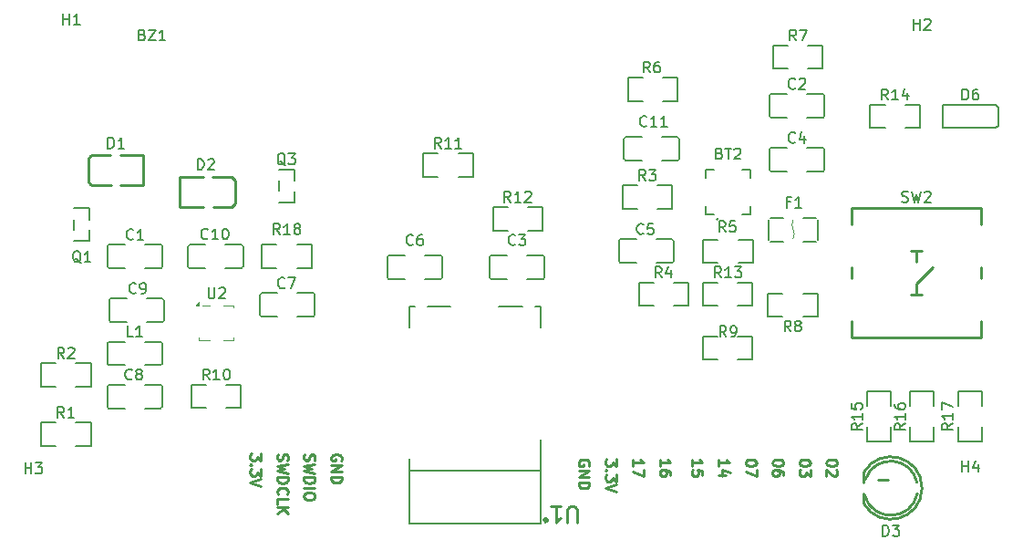
<source format=gbr>
%TF.GenerationSoftware,KiCad,Pcbnew,8.0.1*%
%TF.CreationDate,2024-04-01T02:15:42+02:00*%
%TF.ProjectId,ef_hbmob,65665f68-626d-46f6-922e-6b696361645f,rev?*%
%TF.SameCoordinates,Original*%
%TF.FileFunction,Legend,Top*%
%TF.FilePolarity,Positive*%
%FSLAX46Y46*%
G04 Gerber Fmt 4.6, Leading zero omitted, Abs format (unit mm)*
G04 Created by KiCad (PCBNEW 8.0.1) date 2024-04-01 02:15:42*
%MOMM*%
%LPD*%
G01*
G04 APERTURE LIST*
%ADD10C,0.250000*%
%ADD11C,0.150000*%
%ADD12C,0.254000*%
%ADD13C,0.120000*%
%ADD14C,0.080000*%
%ADD15C,0.160000*%
%ADD16C,0.300000*%
G04 APERTURE END LIST*
D10*
X83650157Y-82822106D02*
X83602537Y-82964963D01*
X83602537Y-82964963D02*
X83602537Y-83203058D01*
X83602537Y-83203058D02*
X83650157Y-83298296D01*
X83650157Y-83298296D02*
X83697776Y-83345915D01*
X83697776Y-83345915D02*
X83793014Y-83393534D01*
X83793014Y-83393534D02*
X83888252Y-83393534D01*
X83888252Y-83393534D02*
X83983490Y-83345915D01*
X83983490Y-83345915D02*
X84031109Y-83298296D01*
X84031109Y-83298296D02*
X84078728Y-83203058D01*
X84078728Y-83203058D02*
X84126347Y-83012582D01*
X84126347Y-83012582D02*
X84173966Y-82917344D01*
X84173966Y-82917344D02*
X84221585Y-82869725D01*
X84221585Y-82869725D02*
X84316823Y-82822106D01*
X84316823Y-82822106D02*
X84412061Y-82822106D01*
X84412061Y-82822106D02*
X84507299Y-82869725D01*
X84507299Y-82869725D02*
X84554918Y-82917344D01*
X84554918Y-82917344D02*
X84602537Y-83012582D01*
X84602537Y-83012582D02*
X84602537Y-83250677D01*
X84602537Y-83250677D02*
X84554918Y-83393534D01*
X84602537Y-83726868D02*
X83602537Y-83964963D01*
X83602537Y-83964963D02*
X84316823Y-84155439D01*
X84316823Y-84155439D02*
X83602537Y-84345915D01*
X83602537Y-84345915D02*
X84602537Y-84584011D01*
X83602537Y-84964963D02*
X84602537Y-84964963D01*
X84602537Y-84964963D02*
X84602537Y-85203058D01*
X84602537Y-85203058D02*
X84554918Y-85345915D01*
X84554918Y-85345915D02*
X84459680Y-85441153D01*
X84459680Y-85441153D02*
X84364442Y-85488772D01*
X84364442Y-85488772D02*
X84173966Y-85536391D01*
X84173966Y-85536391D02*
X84031109Y-85536391D01*
X84031109Y-85536391D02*
X83840633Y-85488772D01*
X83840633Y-85488772D02*
X83745395Y-85441153D01*
X83745395Y-85441153D02*
X83650157Y-85345915D01*
X83650157Y-85345915D02*
X83602537Y-85203058D01*
X83602537Y-85203058D02*
X83602537Y-84964963D01*
X83602537Y-85964963D02*
X84602537Y-85964963D01*
X84602537Y-86631629D02*
X84602537Y-86822105D01*
X84602537Y-86822105D02*
X84554918Y-86917343D01*
X84554918Y-86917343D02*
X84459680Y-87012581D01*
X84459680Y-87012581D02*
X84269204Y-87060200D01*
X84269204Y-87060200D02*
X83935871Y-87060200D01*
X83935871Y-87060200D02*
X83745395Y-87012581D01*
X83745395Y-87012581D02*
X83650157Y-86917343D01*
X83650157Y-86917343D02*
X83602537Y-86822105D01*
X83602537Y-86822105D02*
X83602537Y-86631629D01*
X83602537Y-86631629D02*
X83650157Y-86536391D01*
X83650157Y-86536391D02*
X83745395Y-86441153D01*
X83745395Y-86441153D02*
X83935871Y-86393534D01*
X83935871Y-86393534D02*
X84269204Y-86393534D01*
X84269204Y-86393534D02*
X84459680Y-86441153D01*
X84459680Y-86441153D02*
X84554918Y-86536391D01*
X84554918Y-86536391D02*
X84602537Y-86631629D01*
X87054918Y-83393534D02*
X87102537Y-83298296D01*
X87102537Y-83298296D02*
X87102537Y-83155439D01*
X87102537Y-83155439D02*
X87054918Y-83012582D01*
X87054918Y-83012582D02*
X86959680Y-82917344D01*
X86959680Y-82917344D02*
X86864442Y-82869725D01*
X86864442Y-82869725D02*
X86673966Y-82822106D01*
X86673966Y-82822106D02*
X86531109Y-82822106D01*
X86531109Y-82822106D02*
X86340633Y-82869725D01*
X86340633Y-82869725D02*
X86245395Y-82917344D01*
X86245395Y-82917344D02*
X86150157Y-83012582D01*
X86150157Y-83012582D02*
X86102537Y-83155439D01*
X86102537Y-83155439D02*
X86102537Y-83250677D01*
X86102537Y-83250677D02*
X86150157Y-83393534D01*
X86150157Y-83393534D02*
X86197776Y-83441153D01*
X86197776Y-83441153D02*
X86531109Y-83441153D01*
X86531109Y-83441153D02*
X86531109Y-83250677D01*
X86102537Y-83869725D02*
X87102537Y-83869725D01*
X87102537Y-83869725D02*
X86102537Y-84441153D01*
X86102537Y-84441153D02*
X87102537Y-84441153D01*
X86102537Y-84917344D02*
X87102537Y-84917344D01*
X87102537Y-84917344D02*
X87102537Y-85155439D01*
X87102537Y-85155439D02*
X87054918Y-85298296D01*
X87054918Y-85298296D02*
X86959680Y-85393534D01*
X86959680Y-85393534D02*
X86864442Y-85441153D01*
X86864442Y-85441153D02*
X86673966Y-85488772D01*
X86673966Y-85488772D02*
X86531109Y-85488772D01*
X86531109Y-85488772D02*
X86340633Y-85441153D01*
X86340633Y-85441153D02*
X86245395Y-85393534D01*
X86245395Y-85393534D02*
X86150157Y-85298296D01*
X86150157Y-85298296D02*
X86102537Y-85155439D01*
X86102537Y-85155439D02*
X86102537Y-84917344D01*
X112602537Y-83274487D02*
X112602537Y-83893534D01*
X112602537Y-83893534D02*
X112221585Y-83560201D01*
X112221585Y-83560201D02*
X112221585Y-83703058D01*
X112221585Y-83703058D02*
X112173966Y-83798296D01*
X112173966Y-83798296D02*
X112126347Y-83845915D01*
X112126347Y-83845915D02*
X112031109Y-83893534D01*
X112031109Y-83893534D02*
X111793014Y-83893534D01*
X111793014Y-83893534D02*
X111697776Y-83845915D01*
X111697776Y-83845915D02*
X111650157Y-83798296D01*
X111650157Y-83798296D02*
X111602537Y-83703058D01*
X111602537Y-83703058D02*
X111602537Y-83417344D01*
X111602537Y-83417344D02*
X111650157Y-83322106D01*
X111650157Y-83322106D02*
X111697776Y-83274487D01*
X111697776Y-84322106D02*
X111650157Y-84369725D01*
X111650157Y-84369725D02*
X111602537Y-84322106D01*
X111602537Y-84322106D02*
X111650157Y-84274487D01*
X111650157Y-84274487D02*
X111697776Y-84322106D01*
X111697776Y-84322106D02*
X111602537Y-84322106D01*
X112602537Y-84703058D02*
X112602537Y-85322105D01*
X112602537Y-85322105D02*
X112221585Y-84988772D01*
X112221585Y-84988772D02*
X112221585Y-85131629D01*
X112221585Y-85131629D02*
X112173966Y-85226867D01*
X112173966Y-85226867D02*
X112126347Y-85274486D01*
X112126347Y-85274486D02*
X112031109Y-85322105D01*
X112031109Y-85322105D02*
X111793014Y-85322105D01*
X111793014Y-85322105D02*
X111697776Y-85274486D01*
X111697776Y-85274486D02*
X111650157Y-85226867D01*
X111650157Y-85226867D02*
X111602537Y-85131629D01*
X111602537Y-85131629D02*
X111602537Y-84845915D01*
X111602537Y-84845915D02*
X111650157Y-84750677D01*
X111650157Y-84750677D02*
X111697776Y-84703058D01*
X112602537Y-85607820D02*
X111602537Y-85941153D01*
X111602537Y-85941153D02*
X112602537Y-86274486D01*
X116635380Y-83893534D02*
X116635380Y-83322106D01*
X116635380Y-83607820D02*
X117635380Y-83607820D01*
X117635380Y-83607820D02*
X117492523Y-83512582D01*
X117492523Y-83512582D02*
X117397285Y-83417344D01*
X117397285Y-83417344D02*
X117349666Y-83322106D01*
X117635380Y-84750677D02*
X117635380Y-84560201D01*
X117635380Y-84560201D02*
X117587761Y-84464963D01*
X117587761Y-84464963D02*
X117540142Y-84417344D01*
X117540142Y-84417344D02*
X117397285Y-84322106D01*
X117397285Y-84322106D02*
X117206809Y-84274487D01*
X117206809Y-84274487D02*
X116825857Y-84274487D01*
X116825857Y-84274487D02*
X116730619Y-84322106D01*
X116730619Y-84322106D02*
X116683000Y-84369725D01*
X116683000Y-84369725D02*
X116635380Y-84464963D01*
X116635380Y-84464963D02*
X116635380Y-84655439D01*
X116635380Y-84655439D02*
X116683000Y-84750677D01*
X116683000Y-84750677D02*
X116730619Y-84798296D01*
X116730619Y-84798296D02*
X116825857Y-84845915D01*
X116825857Y-84845915D02*
X117063952Y-84845915D01*
X117063952Y-84845915D02*
X117159190Y-84798296D01*
X117159190Y-84798296D02*
X117206809Y-84750677D01*
X117206809Y-84750677D02*
X117254428Y-84655439D01*
X117254428Y-84655439D02*
X117254428Y-84464963D01*
X117254428Y-84464963D02*
X117206809Y-84369725D01*
X117206809Y-84369725D02*
X117159190Y-84322106D01*
X117159190Y-84322106D02*
X117063952Y-84274487D01*
X81150157Y-82822106D02*
X81102537Y-82964963D01*
X81102537Y-82964963D02*
X81102537Y-83203058D01*
X81102537Y-83203058D02*
X81150157Y-83298296D01*
X81150157Y-83298296D02*
X81197776Y-83345915D01*
X81197776Y-83345915D02*
X81293014Y-83393534D01*
X81293014Y-83393534D02*
X81388252Y-83393534D01*
X81388252Y-83393534D02*
X81483490Y-83345915D01*
X81483490Y-83345915D02*
X81531109Y-83298296D01*
X81531109Y-83298296D02*
X81578728Y-83203058D01*
X81578728Y-83203058D02*
X81626347Y-83012582D01*
X81626347Y-83012582D02*
X81673966Y-82917344D01*
X81673966Y-82917344D02*
X81721585Y-82869725D01*
X81721585Y-82869725D02*
X81816823Y-82822106D01*
X81816823Y-82822106D02*
X81912061Y-82822106D01*
X81912061Y-82822106D02*
X82007299Y-82869725D01*
X82007299Y-82869725D02*
X82054918Y-82917344D01*
X82054918Y-82917344D02*
X82102537Y-83012582D01*
X82102537Y-83012582D02*
X82102537Y-83250677D01*
X82102537Y-83250677D02*
X82054918Y-83393534D01*
X82102537Y-83726868D02*
X81102537Y-83964963D01*
X81102537Y-83964963D02*
X81816823Y-84155439D01*
X81816823Y-84155439D02*
X81102537Y-84345915D01*
X81102537Y-84345915D02*
X82102537Y-84584011D01*
X81102537Y-84964963D02*
X82102537Y-84964963D01*
X82102537Y-84964963D02*
X82102537Y-85203058D01*
X82102537Y-85203058D02*
X82054918Y-85345915D01*
X82054918Y-85345915D02*
X81959680Y-85441153D01*
X81959680Y-85441153D02*
X81864442Y-85488772D01*
X81864442Y-85488772D02*
X81673966Y-85536391D01*
X81673966Y-85536391D02*
X81531109Y-85536391D01*
X81531109Y-85536391D02*
X81340633Y-85488772D01*
X81340633Y-85488772D02*
X81245395Y-85441153D01*
X81245395Y-85441153D02*
X81150157Y-85345915D01*
X81150157Y-85345915D02*
X81102537Y-85203058D01*
X81102537Y-85203058D02*
X81102537Y-84964963D01*
X81197776Y-86536391D02*
X81150157Y-86488772D01*
X81150157Y-86488772D02*
X81102537Y-86345915D01*
X81102537Y-86345915D02*
X81102537Y-86250677D01*
X81102537Y-86250677D02*
X81150157Y-86107820D01*
X81150157Y-86107820D02*
X81245395Y-86012582D01*
X81245395Y-86012582D02*
X81340633Y-85964963D01*
X81340633Y-85964963D02*
X81531109Y-85917344D01*
X81531109Y-85917344D02*
X81673966Y-85917344D01*
X81673966Y-85917344D02*
X81864442Y-85964963D01*
X81864442Y-85964963D02*
X81959680Y-86012582D01*
X81959680Y-86012582D02*
X82054918Y-86107820D01*
X82054918Y-86107820D02*
X82102537Y-86250677D01*
X82102537Y-86250677D02*
X82102537Y-86345915D01*
X82102537Y-86345915D02*
X82054918Y-86488772D01*
X82054918Y-86488772D02*
X82007299Y-86536391D01*
X81102537Y-87441153D02*
X81102537Y-86964963D01*
X81102537Y-86964963D02*
X82102537Y-86964963D01*
X81102537Y-87774487D02*
X82102537Y-87774487D01*
X81102537Y-88345915D02*
X81673966Y-87917344D01*
X82102537Y-88345915D02*
X81531109Y-87774487D01*
X119602537Y-83893534D02*
X119602537Y-83322106D01*
X119602537Y-83607820D02*
X120602537Y-83607820D01*
X120602537Y-83607820D02*
X120459680Y-83512582D01*
X120459680Y-83512582D02*
X120364442Y-83417344D01*
X120364442Y-83417344D02*
X120316823Y-83322106D01*
X120602537Y-84798296D02*
X120602537Y-84322106D01*
X120602537Y-84322106D02*
X120126347Y-84274487D01*
X120126347Y-84274487D02*
X120173966Y-84322106D01*
X120173966Y-84322106D02*
X120221585Y-84417344D01*
X120221585Y-84417344D02*
X120221585Y-84655439D01*
X120221585Y-84655439D02*
X120173966Y-84750677D01*
X120173966Y-84750677D02*
X120126347Y-84798296D01*
X120126347Y-84798296D02*
X120031109Y-84845915D01*
X120031109Y-84845915D02*
X119793014Y-84845915D01*
X119793014Y-84845915D02*
X119697776Y-84798296D01*
X119697776Y-84798296D02*
X119650157Y-84750677D01*
X119650157Y-84750677D02*
X119602537Y-84655439D01*
X119602537Y-84655439D02*
X119602537Y-84417344D01*
X119602537Y-84417344D02*
X119650157Y-84322106D01*
X119650157Y-84322106D02*
X119697776Y-84274487D01*
X110054918Y-83893534D02*
X110102537Y-83798296D01*
X110102537Y-83798296D02*
X110102537Y-83655439D01*
X110102537Y-83655439D02*
X110054918Y-83512582D01*
X110054918Y-83512582D02*
X109959680Y-83417344D01*
X109959680Y-83417344D02*
X109864442Y-83369725D01*
X109864442Y-83369725D02*
X109673966Y-83322106D01*
X109673966Y-83322106D02*
X109531109Y-83322106D01*
X109531109Y-83322106D02*
X109340633Y-83369725D01*
X109340633Y-83369725D02*
X109245395Y-83417344D01*
X109245395Y-83417344D02*
X109150157Y-83512582D01*
X109150157Y-83512582D02*
X109102537Y-83655439D01*
X109102537Y-83655439D02*
X109102537Y-83750677D01*
X109102537Y-83750677D02*
X109150157Y-83893534D01*
X109150157Y-83893534D02*
X109197776Y-83941153D01*
X109197776Y-83941153D02*
X109531109Y-83941153D01*
X109531109Y-83941153D02*
X109531109Y-83750677D01*
X109102537Y-84369725D02*
X110102537Y-84369725D01*
X110102537Y-84369725D02*
X109102537Y-84941153D01*
X109102537Y-84941153D02*
X110102537Y-84941153D01*
X109102537Y-85417344D02*
X110102537Y-85417344D01*
X110102537Y-85417344D02*
X110102537Y-85655439D01*
X110102537Y-85655439D02*
X110054918Y-85798296D01*
X110054918Y-85798296D02*
X109959680Y-85893534D01*
X109959680Y-85893534D02*
X109864442Y-85941153D01*
X109864442Y-85941153D02*
X109673966Y-85988772D01*
X109673966Y-85988772D02*
X109531109Y-85988772D01*
X109531109Y-85988772D02*
X109340633Y-85941153D01*
X109340633Y-85941153D02*
X109245395Y-85893534D01*
X109245395Y-85893534D02*
X109150157Y-85798296D01*
X109150157Y-85798296D02*
X109102537Y-85655439D01*
X109102537Y-85655439D02*
X109102537Y-85417344D01*
X128102537Y-83560201D02*
X128102537Y-83655439D01*
X128102537Y-83655439D02*
X128054918Y-83750677D01*
X128054918Y-83750677D02*
X128007299Y-83798296D01*
X128007299Y-83798296D02*
X127912061Y-83845915D01*
X127912061Y-83845915D02*
X127721585Y-83893534D01*
X127721585Y-83893534D02*
X127483490Y-83893534D01*
X127483490Y-83893534D02*
X127293014Y-83845915D01*
X127293014Y-83845915D02*
X127197776Y-83798296D01*
X127197776Y-83798296D02*
X127150157Y-83750677D01*
X127150157Y-83750677D02*
X127102537Y-83655439D01*
X127102537Y-83655439D02*
X127102537Y-83560201D01*
X127102537Y-83560201D02*
X127150157Y-83464963D01*
X127150157Y-83464963D02*
X127197776Y-83417344D01*
X127197776Y-83417344D02*
X127293014Y-83369725D01*
X127293014Y-83369725D02*
X127483490Y-83322106D01*
X127483490Y-83322106D02*
X127721585Y-83322106D01*
X127721585Y-83322106D02*
X127912061Y-83369725D01*
X127912061Y-83369725D02*
X128007299Y-83417344D01*
X128007299Y-83417344D02*
X128054918Y-83464963D01*
X128054918Y-83464963D02*
X128102537Y-83560201D01*
X128102537Y-84750677D02*
X128102537Y-84560201D01*
X128102537Y-84560201D02*
X128054918Y-84464963D01*
X128054918Y-84464963D02*
X128007299Y-84417344D01*
X128007299Y-84417344D02*
X127864442Y-84322106D01*
X127864442Y-84322106D02*
X127673966Y-84274487D01*
X127673966Y-84274487D02*
X127293014Y-84274487D01*
X127293014Y-84274487D02*
X127197776Y-84322106D01*
X127197776Y-84322106D02*
X127150157Y-84369725D01*
X127150157Y-84369725D02*
X127102537Y-84464963D01*
X127102537Y-84464963D02*
X127102537Y-84655439D01*
X127102537Y-84655439D02*
X127150157Y-84750677D01*
X127150157Y-84750677D02*
X127197776Y-84798296D01*
X127197776Y-84798296D02*
X127293014Y-84845915D01*
X127293014Y-84845915D02*
X127531109Y-84845915D01*
X127531109Y-84845915D02*
X127626347Y-84798296D01*
X127626347Y-84798296D02*
X127673966Y-84750677D01*
X127673966Y-84750677D02*
X127721585Y-84655439D01*
X127721585Y-84655439D02*
X127721585Y-84464963D01*
X127721585Y-84464963D02*
X127673966Y-84369725D01*
X127673966Y-84369725D02*
X127626347Y-84322106D01*
X127626347Y-84322106D02*
X127531109Y-84274487D01*
X133102537Y-83560201D02*
X133102537Y-83655439D01*
X133102537Y-83655439D02*
X133054918Y-83750677D01*
X133054918Y-83750677D02*
X133007299Y-83798296D01*
X133007299Y-83798296D02*
X132912061Y-83845915D01*
X132912061Y-83845915D02*
X132721585Y-83893534D01*
X132721585Y-83893534D02*
X132483490Y-83893534D01*
X132483490Y-83893534D02*
X132293014Y-83845915D01*
X132293014Y-83845915D02*
X132197776Y-83798296D01*
X132197776Y-83798296D02*
X132150157Y-83750677D01*
X132150157Y-83750677D02*
X132102537Y-83655439D01*
X132102537Y-83655439D02*
X132102537Y-83560201D01*
X132102537Y-83560201D02*
X132150157Y-83464963D01*
X132150157Y-83464963D02*
X132197776Y-83417344D01*
X132197776Y-83417344D02*
X132293014Y-83369725D01*
X132293014Y-83369725D02*
X132483490Y-83322106D01*
X132483490Y-83322106D02*
X132721585Y-83322106D01*
X132721585Y-83322106D02*
X132912061Y-83369725D01*
X132912061Y-83369725D02*
X133007299Y-83417344D01*
X133007299Y-83417344D02*
X133054918Y-83464963D01*
X133054918Y-83464963D02*
X133102537Y-83560201D01*
X133007299Y-84274487D02*
X133054918Y-84322106D01*
X133054918Y-84322106D02*
X133102537Y-84417344D01*
X133102537Y-84417344D02*
X133102537Y-84655439D01*
X133102537Y-84655439D02*
X133054918Y-84750677D01*
X133054918Y-84750677D02*
X133007299Y-84798296D01*
X133007299Y-84798296D02*
X132912061Y-84845915D01*
X132912061Y-84845915D02*
X132816823Y-84845915D01*
X132816823Y-84845915D02*
X132673966Y-84798296D01*
X132673966Y-84798296D02*
X132102537Y-84226868D01*
X132102537Y-84226868D02*
X132102537Y-84845915D01*
X130602537Y-83560201D02*
X130602537Y-83655439D01*
X130602537Y-83655439D02*
X130554918Y-83750677D01*
X130554918Y-83750677D02*
X130507299Y-83798296D01*
X130507299Y-83798296D02*
X130412061Y-83845915D01*
X130412061Y-83845915D02*
X130221585Y-83893534D01*
X130221585Y-83893534D02*
X129983490Y-83893534D01*
X129983490Y-83893534D02*
X129793014Y-83845915D01*
X129793014Y-83845915D02*
X129697776Y-83798296D01*
X129697776Y-83798296D02*
X129650157Y-83750677D01*
X129650157Y-83750677D02*
X129602537Y-83655439D01*
X129602537Y-83655439D02*
X129602537Y-83560201D01*
X129602537Y-83560201D02*
X129650157Y-83464963D01*
X129650157Y-83464963D02*
X129697776Y-83417344D01*
X129697776Y-83417344D02*
X129793014Y-83369725D01*
X129793014Y-83369725D02*
X129983490Y-83322106D01*
X129983490Y-83322106D02*
X130221585Y-83322106D01*
X130221585Y-83322106D02*
X130412061Y-83369725D01*
X130412061Y-83369725D02*
X130507299Y-83417344D01*
X130507299Y-83417344D02*
X130554918Y-83464963D01*
X130554918Y-83464963D02*
X130602537Y-83560201D01*
X130602537Y-84226868D02*
X130602537Y-84845915D01*
X130602537Y-84845915D02*
X130221585Y-84512582D01*
X130221585Y-84512582D02*
X130221585Y-84655439D01*
X130221585Y-84655439D02*
X130173966Y-84750677D01*
X130173966Y-84750677D02*
X130126347Y-84798296D01*
X130126347Y-84798296D02*
X130031109Y-84845915D01*
X130031109Y-84845915D02*
X129793014Y-84845915D01*
X129793014Y-84845915D02*
X129697776Y-84798296D01*
X129697776Y-84798296D02*
X129650157Y-84750677D01*
X129650157Y-84750677D02*
X129602537Y-84655439D01*
X129602537Y-84655439D02*
X129602537Y-84369725D01*
X129602537Y-84369725D02*
X129650157Y-84274487D01*
X129650157Y-84274487D02*
X129697776Y-84226868D01*
X125602537Y-83560201D02*
X125602537Y-83655439D01*
X125602537Y-83655439D02*
X125554918Y-83750677D01*
X125554918Y-83750677D02*
X125507299Y-83798296D01*
X125507299Y-83798296D02*
X125412061Y-83845915D01*
X125412061Y-83845915D02*
X125221585Y-83893534D01*
X125221585Y-83893534D02*
X124983490Y-83893534D01*
X124983490Y-83893534D02*
X124793014Y-83845915D01*
X124793014Y-83845915D02*
X124697776Y-83798296D01*
X124697776Y-83798296D02*
X124650157Y-83750677D01*
X124650157Y-83750677D02*
X124602537Y-83655439D01*
X124602537Y-83655439D02*
X124602537Y-83560201D01*
X124602537Y-83560201D02*
X124650157Y-83464963D01*
X124650157Y-83464963D02*
X124697776Y-83417344D01*
X124697776Y-83417344D02*
X124793014Y-83369725D01*
X124793014Y-83369725D02*
X124983490Y-83322106D01*
X124983490Y-83322106D02*
X125221585Y-83322106D01*
X125221585Y-83322106D02*
X125412061Y-83369725D01*
X125412061Y-83369725D02*
X125507299Y-83417344D01*
X125507299Y-83417344D02*
X125554918Y-83464963D01*
X125554918Y-83464963D02*
X125602537Y-83560201D01*
X125602537Y-84226868D02*
X125602537Y-84893534D01*
X125602537Y-84893534D02*
X124602537Y-84464963D01*
X114102537Y-83893534D02*
X114102537Y-83322106D01*
X114102537Y-83607820D02*
X115102537Y-83607820D01*
X115102537Y-83607820D02*
X114959680Y-83512582D01*
X114959680Y-83512582D02*
X114864442Y-83417344D01*
X114864442Y-83417344D02*
X114816823Y-83322106D01*
X115102537Y-84226868D02*
X115102537Y-84893534D01*
X115102537Y-84893534D02*
X114102537Y-84464963D01*
X79602537Y-82774487D02*
X79602537Y-83393534D01*
X79602537Y-83393534D02*
X79221585Y-83060201D01*
X79221585Y-83060201D02*
X79221585Y-83203058D01*
X79221585Y-83203058D02*
X79173966Y-83298296D01*
X79173966Y-83298296D02*
X79126347Y-83345915D01*
X79126347Y-83345915D02*
X79031109Y-83393534D01*
X79031109Y-83393534D02*
X78793014Y-83393534D01*
X78793014Y-83393534D02*
X78697776Y-83345915D01*
X78697776Y-83345915D02*
X78650157Y-83298296D01*
X78650157Y-83298296D02*
X78602537Y-83203058D01*
X78602537Y-83203058D02*
X78602537Y-82917344D01*
X78602537Y-82917344D02*
X78650157Y-82822106D01*
X78650157Y-82822106D02*
X78697776Y-82774487D01*
X78697776Y-83822106D02*
X78650157Y-83869725D01*
X78650157Y-83869725D02*
X78602537Y-83822106D01*
X78602537Y-83822106D02*
X78650157Y-83774487D01*
X78650157Y-83774487D02*
X78697776Y-83822106D01*
X78697776Y-83822106D02*
X78602537Y-83822106D01*
X79602537Y-84203058D02*
X79602537Y-84822105D01*
X79602537Y-84822105D02*
X79221585Y-84488772D01*
X79221585Y-84488772D02*
X79221585Y-84631629D01*
X79221585Y-84631629D02*
X79173966Y-84726867D01*
X79173966Y-84726867D02*
X79126347Y-84774486D01*
X79126347Y-84774486D02*
X79031109Y-84822105D01*
X79031109Y-84822105D02*
X78793014Y-84822105D01*
X78793014Y-84822105D02*
X78697776Y-84774486D01*
X78697776Y-84774486D02*
X78650157Y-84726867D01*
X78650157Y-84726867D02*
X78602537Y-84631629D01*
X78602537Y-84631629D02*
X78602537Y-84345915D01*
X78602537Y-84345915D02*
X78650157Y-84250677D01*
X78650157Y-84250677D02*
X78697776Y-84203058D01*
X79602537Y-85107820D02*
X78602537Y-85441153D01*
X78602537Y-85441153D02*
X79602537Y-85774486D01*
X122102537Y-83893534D02*
X122102537Y-83322106D01*
X122102537Y-83607820D02*
X123102537Y-83607820D01*
X123102537Y-83607820D02*
X122959680Y-83512582D01*
X122959680Y-83512582D02*
X122864442Y-83417344D01*
X122864442Y-83417344D02*
X122816823Y-83322106D01*
X122769204Y-84750677D02*
X122102537Y-84750677D01*
X123150157Y-84512582D02*
X122435871Y-84274487D01*
X122435871Y-84274487D02*
X122435871Y-84893534D01*
D11*
X139133824Y-59374357D02*
X139276681Y-59421976D01*
X139276681Y-59421976D02*
X139514776Y-59421976D01*
X139514776Y-59421976D02*
X139610014Y-59374357D01*
X139610014Y-59374357D02*
X139657633Y-59326737D01*
X139657633Y-59326737D02*
X139705252Y-59231499D01*
X139705252Y-59231499D02*
X139705252Y-59136261D01*
X139705252Y-59136261D02*
X139657633Y-59041023D01*
X139657633Y-59041023D02*
X139610014Y-58993404D01*
X139610014Y-58993404D02*
X139514776Y-58945785D01*
X139514776Y-58945785D02*
X139324300Y-58898166D01*
X139324300Y-58898166D02*
X139229062Y-58850547D01*
X139229062Y-58850547D02*
X139181443Y-58802928D01*
X139181443Y-58802928D02*
X139133824Y-58707690D01*
X139133824Y-58707690D02*
X139133824Y-58612452D01*
X139133824Y-58612452D02*
X139181443Y-58517214D01*
X139181443Y-58517214D02*
X139229062Y-58469595D01*
X139229062Y-58469595D02*
X139324300Y-58421976D01*
X139324300Y-58421976D02*
X139562395Y-58421976D01*
X139562395Y-58421976D02*
X139705252Y-58469595D01*
X140038586Y-58421976D02*
X140276681Y-59421976D01*
X140276681Y-59421976D02*
X140467157Y-58707690D01*
X140467157Y-58707690D02*
X140657633Y-59421976D01*
X140657633Y-59421976D02*
X140895729Y-58421976D01*
X141229062Y-58517214D02*
X141276681Y-58469595D01*
X141276681Y-58469595D02*
X141371919Y-58421976D01*
X141371919Y-58421976D02*
X141610014Y-58421976D01*
X141610014Y-58421976D02*
X141705252Y-58469595D01*
X141705252Y-58469595D02*
X141752871Y-58517214D01*
X141752871Y-58517214D02*
X141800490Y-58612452D01*
X141800490Y-58612452D02*
X141800490Y-58707690D01*
X141800490Y-58707690D02*
X141752871Y-58850547D01*
X141752871Y-58850547D02*
X141181443Y-59421976D01*
X141181443Y-59421976D02*
X141800490Y-59421976D01*
X61205252Y-42921976D02*
X61205252Y-41921976D01*
X61205252Y-42398166D02*
X61776680Y-42398166D01*
X61776680Y-42921976D02*
X61776680Y-41921976D01*
X62776680Y-42921976D02*
X62205252Y-42921976D01*
X62490966Y-42921976D02*
X62490966Y-41921976D01*
X62490966Y-41921976D02*
X62395728Y-42064833D01*
X62395728Y-42064833D02*
X62300490Y-42160071D01*
X62300490Y-42160071D02*
X62205252Y-42207690D01*
X96324299Y-54421976D02*
X95990966Y-53945785D01*
X95752871Y-54421976D02*
X95752871Y-53421976D01*
X95752871Y-53421976D02*
X96133823Y-53421976D01*
X96133823Y-53421976D02*
X96229061Y-53469595D01*
X96229061Y-53469595D02*
X96276680Y-53517214D01*
X96276680Y-53517214D02*
X96324299Y-53612452D01*
X96324299Y-53612452D02*
X96324299Y-53755309D01*
X96324299Y-53755309D02*
X96276680Y-53850547D01*
X96276680Y-53850547D02*
X96229061Y-53898166D01*
X96229061Y-53898166D02*
X96133823Y-53945785D01*
X96133823Y-53945785D02*
X95752871Y-53945785D01*
X97276680Y-54421976D02*
X96705252Y-54421976D01*
X96990966Y-54421976D02*
X96990966Y-53421976D01*
X96990966Y-53421976D02*
X96895728Y-53564833D01*
X96895728Y-53564833D02*
X96800490Y-53660071D01*
X96800490Y-53660071D02*
X96705252Y-53707690D01*
X98229061Y-54421976D02*
X97657633Y-54421976D01*
X97943347Y-54421976D02*
X97943347Y-53421976D01*
X97943347Y-53421976D02*
X97848109Y-53564833D01*
X97848109Y-53564833D02*
X97752871Y-53660071D01*
X97752871Y-53660071D02*
X97657633Y-53707690D01*
X81344299Y-62421976D02*
X81010966Y-61945785D01*
X80772871Y-62421976D02*
X80772871Y-61421976D01*
X80772871Y-61421976D02*
X81153823Y-61421976D01*
X81153823Y-61421976D02*
X81249061Y-61469595D01*
X81249061Y-61469595D02*
X81296680Y-61517214D01*
X81296680Y-61517214D02*
X81344299Y-61612452D01*
X81344299Y-61612452D02*
X81344299Y-61755309D01*
X81344299Y-61755309D02*
X81296680Y-61850547D01*
X81296680Y-61850547D02*
X81249061Y-61898166D01*
X81249061Y-61898166D02*
X81153823Y-61945785D01*
X81153823Y-61945785D02*
X80772871Y-61945785D01*
X82296680Y-62421976D02*
X81725252Y-62421976D01*
X82010966Y-62421976D02*
X82010966Y-61421976D01*
X82010966Y-61421976D02*
X81915728Y-61564833D01*
X81915728Y-61564833D02*
X81820490Y-61660071D01*
X81820490Y-61660071D02*
X81725252Y-61707690D01*
X82868109Y-61850547D02*
X82772871Y-61802928D01*
X82772871Y-61802928D02*
X82725252Y-61755309D01*
X82725252Y-61755309D02*
X82677633Y-61660071D01*
X82677633Y-61660071D02*
X82677633Y-61612452D01*
X82677633Y-61612452D02*
X82725252Y-61517214D01*
X82725252Y-61517214D02*
X82772871Y-61469595D01*
X82772871Y-61469595D02*
X82868109Y-61421976D01*
X82868109Y-61421976D02*
X83058585Y-61421976D01*
X83058585Y-61421976D02*
X83153823Y-61469595D01*
X83153823Y-61469595D02*
X83201442Y-61517214D01*
X83201442Y-61517214D02*
X83249061Y-61612452D01*
X83249061Y-61612452D02*
X83249061Y-61660071D01*
X83249061Y-61660071D02*
X83201442Y-61755309D01*
X83201442Y-61755309D02*
X83153823Y-61802928D01*
X83153823Y-61802928D02*
X83058585Y-61850547D01*
X83058585Y-61850547D02*
X82868109Y-61850547D01*
X82868109Y-61850547D02*
X82772871Y-61898166D01*
X82772871Y-61898166D02*
X82725252Y-61945785D01*
X82725252Y-61945785D02*
X82677633Y-62041023D01*
X82677633Y-62041023D02*
X82677633Y-62231499D01*
X82677633Y-62231499D02*
X82725252Y-62326737D01*
X82725252Y-62326737D02*
X82772871Y-62374357D01*
X82772871Y-62374357D02*
X82868109Y-62421976D01*
X82868109Y-62421976D02*
X83058585Y-62421976D01*
X83058585Y-62421976D02*
X83153823Y-62374357D01*
X83153823Y-62374357D02*
X83201442Y-62326737D01*
X83201442Y-62326737D02*
X83249061Y-62231499D01*
X83249061Y-62231499D02*
X83249061Y-62041023D01*
X83249061Y-62041023D02*
X83201442Y-61945785D01*
X83201442Y-61945785D02*
X83153823Y-61898166D01*
X83153823Y-61898166D02*
X83058585Y-61850547D01*
X128800490Y-71421976D02*
X128467157Y-70945785D01*
X128229062Y-71421976D02*
X128229062Y-70421976D01*
X128229062Y-70421976D02*
X128610014Y-70421976D01*
X128610014Y-70421976D02*
X128705252Y-70469595D01*
X128705252Y-70469595D02*
X128752871Y-70517214D01*
X128752871Y-70517214D02*
X128800490Y-70612452D01*
X128800490Y-70612452D02*
X128800490Y-70755309D01*
X128800490Y-70755309D02*
X128752871Y-70850547D01*
X128752871Y-70850547D02*
X128705252Y-70898166D01*
X128705252Y-70898166D02*
X128610014Y-70945785D01*
X128610014Y-70945785D02*
X128229062Y-70945785D01*
X129371919Y-70850547D02*
X129276681Y-70802928D01*
X129276681Y-70802928D02*
X129229062Y-70755309D01*
X129229062Y-70755309D02*
X129181443Y-70660071D01*
X129181443Y-70660071D02*
X129181443Y-70612452D01*
X129181443Y-70612452D02*
X129229062Y-70517214D01*
X129229062Y-70517214D02*
X129276681Y-70469595D01*
X129276681Y-70469595D02*
X129371919Y-70421976D01*
X129371919Y-70421976D02*
X129562395Y-70421976D01*
X129562395Y-70421976D02*
X129657633Y-70469595D01*
X129657633Y-70469595D02*
X129705252Y-70517214D01*
X129705252Y-70517214D02*
X129752871Y-70612452D01*
X129752871Y-70612452D02*
X129752871Y-70660071D01*
X129752871Y-70660071D02*
X129705252Y-70755309D01*
X129705252Y-70755309D02*
X129657633Y-70802928D01*
X129657633Y-70802928D02*
X129562395Y-70850547D01*
X129562395Y-70850547D02*
X129371919Y-70850547D01*
X129371919Y-70850547D02*
X129276681Y-70898166D01*
X129276681Y-70898166D02*
X129229062Y-70945785D01*
X129229062Y-70945785D02*
X129181443Y-71041023D01*
X129181443Y-71041023D02*
X129181443Y-71231499D01*
X129181443Y-71231499D02*
X129229062Y-71326737D01*
X129229062Y-71326737D02*
X129276681Y-71374357D01*
X129276681Y-71374357D02*
X129371919Y-71421976D01*
X129371919Y-71421976D02*
X129562395Y-71421976D01*
X129562395Y-71421976D02*
X129657633Y-71374357D01*
X129657633Y-71374357D02*
X129705252Y-71326737D01*
X129705252Y-71326737D02*
X129752871Y-71231499D01*
X129752871Y-71231499D02*
X129752871Y-71041023D01*
X129752871Y-71041023D02*
X129705252Y-70945785D01*
X129705252Y-70945785D02*
X129657633Y-70898166D01*
X129657633Y-70898166D02*
X129562395Y-70850547D01*
X67980490Y-67826737D02*
X67932871Y-67874357D01*
X67932871Y-67874357D02*
X67790014Y-67921976D01*
X67790014Y-67921976D02*
X67694776Y-67921976D01*
X67694776Y-67921976D02*
X67551919Y-67874357D01*
X67551919Y-67874357D02*
X67456681Y-67779118D01*
X67456681Y-67779118D02*
X67409062Y-67683880D01*
X67409062Y-67683880D02*
X67361443Y-67493404D01*
X67361443Y-67493404D02*
X67361443Y-67350547D01*
X67361443Y-67350547D02*
X67409062Y-67160071D01*
X67409062Y-67160071D02*
X67456681Y-67064833D01*
X67456681Y-67064833D02*
X67551919Y-66969595D01*
X67551919Y-66969595D02*
X67694776Y-66921976D01*
X67694776Y-66921976D02*
X67790014Y-66921976D01*
X67790014Y-66921976D02*
X67932871Y-66969595D01*
X67932871Y-66969595D02*
X67980490Y-67017214D01*
X68456681Y-67921976D02*
X68647157Y-67921976D01*
X68647157Y-67921976D02*
X68742395Y-67874357D01*
X68742395Y-67874357D02*
X68790014Y-67826737D01*
X68790014Y-67826737D02*
X68885252Y-67683880D01*
X68885252Y-67683880D02*
X68932871Y-67493404D01*
X68932871Y-67493404D02*
X68932871Y-67112452D01*
X68932871Y-67112452D02*
X68885252Y-67017214D01*
X68885252Y-67017214D02*
X68837633Y-66969595D01*
X68837633Y-66969595D02*
X68742395Y-66921976D01*
X68742395Y-66921976D02*
X68551919Y-66921976D01*
X68551919Y-66921976D02*
X68456681Y-66969595D01*
X68456681Y-66969595D02*
X68409062Y-67017214D01*
X68409062Y-67017214D02*
X68361443Y-67112452D01*
X68361443Y-67112452D02*
X68361443Y-67350547D01*
X68361443Y-67350547D02*
X68409062Y-67445785D01*
X68409062Y-67445785D02*
X68456681Y-67493404D01*
X68456681Y-67493404D02*
X68551919Y-67541023D01*
X68551919Y-67541023D02*
X68742395Y-67541023D01*
X68742395Y-67541023D02*
X68837633Y-67493404D01*
X68837633Y-67493404D02*
X68885252Y-67445785D01*
X68885252Y-67445785D02*
X68932871Y-67350547D01*
X65389062Y-54421976D02*
X65389062Y-53421976D01*
X65389062Y-53421976D02*
X65627157Y-53421976D01*
X65627157Y-53421976D02*
X65770014Y-53469595D01*
X65770014Y-53469595D02*
X65865252Y-53564833D01*
X65865252Y-53564833D02*
X65912871Y-53660071D01*
X65912871Y-53660071D02*
X65960490Y-53850547D01*
X65960490Y-53850547D02*
X65960490Y-53993404D01*
X65960490Y-53993404D02*
X65912871Y-54183880D01*
X65912871Y-54183880D02*
X65865252Y-54279118D01*
X65865252Y-54279118D02*
X65770014Y-54374357D01*
X65770014Y-54374357D02*
X65627157Y-54421976D01*
X65627157Y-54421976D02*
X65389062Y-54421976D01*
X66912871Y-54421976D02*
X66341443Y-54421976D01*
X66627157Y-54421976D02*
X66627157Y-53421976D01*
X66627157Y-53421976D02*
X66531919Y-53564833D01*
X66531919Y-53564833D02*
X66436681Y-53660071D01*
X66436681Y-53660071D02*
X66341443Y-53707690D01*
X143801976Y-79960014D02*
X143325785Y-80293347D01*
X143801976Y-80531442D02*
X142801976Y-80531442D01*
X142801976Y-80531442D02*
X142801976Y-80150490D01*
X142801976Y-80150490D02*
X142849595Y-80055252D01*
X142849595Y-80055252D02*
X142897214Y-80007633D01*
X142897214Y-80007633D02*
X142992452Y-79960014D01*
X142992452Y-79960014D02*
X143135309Y-79960014D01*
X143135309Y-79960014D02*
X143230547Y-80007633D01*
X143230547Y-80007633D02*
X143278166Y-80055252D01*
X143278166Y-80055252D02*
X143325785Y-80150490D01*
X143325785Y-80150490D02*
X143325785Y-80531442D01*
X143801976Y-79007633D02*
X143801976Y-79579061D01*
X143801976Y-79293347D02*
X142801976Y-79293347D01*
X142801976Y-79293347D02*
X142944833Y-79388585D01*
X142944833Y-79388585D02*
X143040071Y-79483823D01*
X143040071Y-79483823D02*
X143087690Y-79579061D01*
X142801976Y-78674299D02*
X142801976Y-78007633D01*
X142801976Y-78007633D02*
X143801976Y-78436204D01*
X129300490Y-44421976D02*
X128967157Y-43945785D01*
X128729062Y-44421976D02*
X128729062Y-43421976D01*
X128729062Y-43421976D02*
X129110014Y-43421976D01*
X129110014Y-43421976D02*
X129205252Y-43469595D01*
X129205252Y-43469595D02*
X129252871Y-43517214D01*
X129252871Y-43517214D02*
X129300490Y-43612452D01*
X129300490Y-43612452D02*
X129300490Y-43755309D01*
X129300490Y-43755309D02*
X129252871Y-43850547D01*
X129252871Y-43850547D02*
X129205252Y-43898166D01*
X129205252Y-43898166D02*
X129110014Y-43945785D01*
X129110014Y-43945785D02*
X128729062Y-43945785D01*
X129633824Y-43421976D02*
X130300490Y-43421976D01*
X130300490Y-43421976D02*
X129871919Y-44421976D01*
X122720435Y-62187539D02*
X122387102Y-61711348D01*
X122149007Y-62187539D02*
X122149007Y-61187539D01*
X122149007Y-61187539D02*
X122529959Y-61187539D01*
X122529959Y-61187539D02*
X122625197Y-61235158D01*
X122625197Y-61235158D02*
X122672816Y-61282777D01*
X122672816Y-61282777D02*
X122720435Y-61378015D01*
X122720435Y-61378015D02*
X122720435Y-61520872D01*
X122720435Y-61520872D02*
X122672816Y-61616110D01*
X122672816Y-61616110D02*
X122625197Y-61663729D01*
X122625197Y-61663729D02*
X122529959Y-61711348D01*
X122529959Y-61711348D02*
X122149007Y-61711348D01*
X123625197Y-61187539D02*
X123149007Y-61187539D01*
X123149007Y-61187539D02*
X123101388Y-61663729D01*
X123101388Y-61663729D02*
X123149007Y-61616110D01*
X123149007Y-61616110D02*
X123244245Y-61568491D01*
X123244245Y-61568491D02*
X123482340Y-61568491D01*
X123482340Y-61568491D02*
X123577578Y-61616110D01*
X123577578Y-61616110D02*
X123625197Y-61663729D01*
X123625197Y-61663729D02*
X123672816Y-61758967D01*
X123672816Y-61758967D02*
X123672816Y-61997062D01*
X123672816Y-61997062D02*
X123625197Y-62092300D01*
X123625197Y-62092300D02*
X123577578Y-62139920D01*
X123577578Y-62139920D02*
X123482340Y-62187539D01*
X123482340Y-62187539D02*
X123244245Y-62187539D01*
X123244245Y-62187539D02*
X123149007Y-62139920D01*
X123149007Y-62139920D02*
X123101388Y-62092300D01*
X81871918Y-56017214D02*
X81776680Y-55969595D01*
X81776680Y-55969595D02*
X81681442Y-55874357D01*
X81681442Y-55874357D02*
X81538585Y-55731499D01*
X81538585Y-55731499D02*
X81443347Y-55683880D01*
X81443347Y-55683880D02*
X81348109Y-55683880D01*
X81395728Y-55921976D02*
X81300490Y-55874357D01*
X81300490Y-55874357D02*
X81205252Y-55779118D01*
X81205252Y-55779118D02*
X81157633Y-55588642D01*
X81157633Y-55588642D02*
X81157633Y-55255309D01*
X81157633Y-55255309D02*
X81205252Y-55064833D01*
X81205252Y-55064833D02*
X81300490Y-54969595D01*
X81300490Y-54969595D02*
X81395728Y-54921976D01*
X81395728Y-54921976D02*
X81586204Y-54921976D01*
X81586204Y-54921976D02*
X81681442Y-54969595D01*
X81681442Y-54969595D02*
X81776680Y-55064833D01*
X81776680Y-55064833D02*
X81824299Y-55255309D01*
X81824299Y-55255309D02*
X81824299Y-55588642D01*
X81824299Y-55588642D02*
X81776680Y-55779118D01*
X81776680Y-55779118D02*
X81681442Y-55874357D01*
X81681442Y-55874357D02*
X81586204Y-55921976D01*
X81586204Y-55921976D02*
X81395728Y-55921976D01*
X82157633Y-54921976D02*
X82776680Y-54921976D01*
X82776680Y-54921976D02*
X82443347Y-55302928D01*
X82443347Y-55302928D02*
X82586204Y-55302928D01*
X82586204Y-55302928D02*
X82681442Y-55350547D01*
X82681442Y-55350547D02*
X82729061Y-55398166D01*
X82729061Y-55398166D02*
X82776680Y-55493404D01*
X82776680Y-55493404D02*
X82776680Y-55731499D01*
X82776680Y-55731499D02*
X82729061Y-55826737D01*
X82729061Y-55826737D02*
X82681442Y-55874357D01*
X82681442Y-55874357D02*
X82586204Y-55921976D01*
X82586204Y-55921976D02*
X82300490Y-55921976D01*
X82300490Y-55921976D02*
X82205252Y-55874357D01*
X82205252Y-55874357D02*
X82157633Y-55826737D01*
X67620490Y-75826737D02*
X67572871Y-75874357D01*
X67572871Y-75874357D02*
X67430014Y-75921976D01*
X67430014Y-75921976D02*
X67334776Y-75921976D01*
X67334776Y-75921976D02*
X67191919Y-75874357D01*
X67191919Y-75874357D02*
X67096681Y-75779118D01*
X67096681Y-75779118D02*
X67049062Y-75683880D01*
X67049062Y-75683880D02*
X67001443Y-75493404D01*
X67001443Y-75493404D02*
X67001443Y-75350547D01*
X67001443Y-75350547D02*
X67049062Y-75160071D01*
X67049062Y-75160071D02*
X67096681Y-75064833D01*
X67096681Y-75064833D02*
X67191919Y-74969595D01*
X67191919Y-74969595D02*
X67334776Y-74921976D01*
X67334776Y-74921976D02*
X67430014Y-74921976D01*
X67430014Y-74921976D02*
X67572871Y-74969595D01*
X67572871Y-74969595D02*
X67620490Y-75017214D01*
X68191919Y-75350547D02*
X68096681Y-75302928D01*
X68096681Y-75302928D02*
X68049062Y-75255309D01*
X68049062Y-75255309D02*
X68001443Y-75160071D01*
X68001443Y-75160071D02*
X68001443Y-75112452D01*
X68001443Y-75112452D02*
X68049062Y-75017214D01*
X68049062Y-75017214D02*
X68096681Y-74969595D01*
X68096681Y-74969595D02*
X68191919Y-74921976D01*
X68191919Y-74921976D02*
X68382395Y-74921976D01*
X68382395Y-74921976D02*
X68477633Y-74969595D01*
X68477633Y-74969595D02*
X68525252Y-75017214D01*
X68525252Y-75017214D02*
X68572871Y-75112452D01*
X68572871Y-75112452D02*
X68572871Y-75160071D01*
X68572871Y-75160071D02*
X68525252Y-75255309D01*
X68525252Y-75255309D02*
X68477633Y-75302928D01*
X68477633Y-75302928D02*
X68382395Y-75350547D01*
X68382395Y-75350547D02*
X68191919Y-75350547D01*
X68191919Y-75350547D02*
X68096681Y-75398166D01*
X68096681Y-75398166D02*
X68049062Y-75445785D01*
X68049062Y-75445785D02*
X68001443Y-75541023D01*
X68001443Y-75541023D02*
X68001443Y-75731499D01*
X68001443Y-75731499D02*
X68049062Y-75826737D01*
X68049062Y-75826737D02*
X68096681Y-75874357D01*
X68096681Y-75874357D02*
X68191919Y-75921976D01*
X68191919Y-75921976D02*
X68382395Y-75921976D01*
X68382395Y-75921976D02*
X68477633Y-75874357D01*
X68477633Y-75874357D02*
X68525252Y-75826737D01*
X68525252Y-75826737D02*
X68572871Y-75731499D01*
X68572871Y-75731499D02*
X68572871Y-75541023D01*
X68572871Y-75541023D02*
X68525252Y-75445785D01*
X68525252Y-75445785D02*
X68477633Y-75398166D01*
X68477633Y-75398166D02*
X68382395Y-75350547D01*
X74725572Y-67351976D02*
X74725572Y-68161499D01*
X74725572Y-68161499D02*
X74773191Y-68256737D01*
X74773191Y-68256737D02*
X74820810Y-68304357D01*
X74820810Y-68304357D02*
X74916048Y-68351976D01*
X74916048Y-68351976D02*
X75106524Y-68351976D01*
X75106524Y-68351976D02*
X75201762Y-68304357D01*
X75201762Y-68304357D02*
X75249381Y-68256737D01*
X75249381Y-68256737D02*
X75297000Y-68161499D01*
X75297000Y-68161499D02*
X75297000Y-67351976D01*
X75725572Y-67447214D02*
X75773191Y-67399595D01*
X75773191Y-67399595D02*
X75868429Y-67351976D01*
X75868429Y-67351976D02*
X76106524Y-67351976D01*
X76106524Y-67351976D02*
X76201762Y-67399595D01*
X76201762Y-67399595D02*
X76249381Y-67447214D01*
X76249381Y-67447214D02*
X76297000Y-67542452D01*
X76297000Y-67542452D02*
X76297000Y-67637690D01*
X76297000Y-67637690D02*
X76249381Y-67780547D01*
X76249381Y-67780547D02*
X75677953Y-68351976D01*
X75677953Y-68351976D02*
X76297000Y-68351976D01*
X115120490Y-62326737D02*
X115072871Y-62374357D01*
X115072871Y-62374357D02*
X114930014Y-62421976D01*
X114930014Y-62421976D02*
X114834776Y-62421976D01*
X114834776Y-62421976D02*
X114691919Y-62374357D01*
X114691919Y-62374357D02*
X114596681Y-62279118D01*
X114596681Y-62279118D02*
X114549062Y-62183880D01*
X114549062Y-62183880D02*
X114501443Y-61993404D01*
X114501443Y-61993404D02*
X114501443Y-61850547D01*
X114501443Y-61850547D02*
X114549062Y-61660071D01*
X114549062Y-61660071D02*
X114596681Y-61564833D01*
X114596681Y-61564833D02*
X114691919Y-61469595D01*
X114691919Y-61469595D02*
X114834776Y-61421976D01*
X114834776Y-61421976D02*
X114930014Y-61421976D01*
X114930014Y-61421976D02*
X115072871Y-61469595D01*
X115072871Y-61469595D02*
X115120490Y-61517214D01*
X116025252Y-61421976D02*
X115549062Y-61421976D01*
X115549062Y-61421976D02*
X115501443Y-61898166D01*
X115501443Y-61898166D02*
X115549062Y-61850547D01*
X115549062Y-61850547D02*
X115644300Y-61802928D01*
X115644300Y-61802928D02*
X115882395Y-61802928D01*
X115882395Y-61802928D02*
X115977633Y-61850547D01*
X115977633Y-61850547D02*
X116025252Y-61898166D01*
X116025252Y-61898166D02*
X116072871Y-61993404D01*
X116072871Y-61993404D02*
X116072871Y-62231499D01*
X116072871Y-62231499D02*
X116025252Y-62326737D01*
X116025252Y-62326737D02*
X115977633Y-62374357D01*
X115977633Y-62374357D02*
X115882395Y-62421976D01*
X115882395Y-62421976D02*
X115644300Y-62421976D01*
X115644300Y-62421976D02*
X115549062Y-62374357D01*
X115549062Y-62374357D02*
X115501443Y-62326737D01*
X137349062Y-90421976D02*
X137349062Y-89421976D01*
X137349062Y-89421976D02*
X137587157Y-89421976D01*
X137587157Y-89421976D02*
X137730014Y-89469595D01*
X137730014Y-89469595D02*
X137825252Y-89564833D01*
X137825252Y-89564833D02*
X137872871Y-89660071D01*
X137872871Y-89660071D02*
X137920490Y-89850547D01*
X137920490Y-89850547D02*
X137920490Y-89993404D01*
X137920490Y-89993404D02*
X137872871Y-90183880D01*
X137872871Y-90183880D02*
X137825252Y-90279118D01*
X137825252Y-90279118D02*
X137730014Y-90374357D01*
X137730014Y-90374357D02*
X137587157Y-90421976D01*
X137587157Y-90421976D02*
X137349062Y-90421976D01*
X138253824Y-89421976D02*
X138872871Y-89421976D01*
X138872871Y-89421976D02*
X138539538Y-89802928D01*
X138539538Y-89802928D02*
X138682395Y-89802928D01*
X138682395Y-89802928D02*
X138777633Y-89850547D01*
X138777633Y-89850547D02*
X138825252Y-89898166D01*
X138825252Y-89898166D02*
X138872871Y-89993404D01*
X138872871Y-89993404D02*
X138872871Y-90231499D01*
X138872871Y-90231499D02*
X138825252Y-90326737D01*
X138825252Y-90326737D02*
X138777633Y-90374357D01*
X138777633Y-90374357D02*
X138682395Y-90421976D01*
X138682395Y-90421976D02*
X138396681Y-90421976D01*
X138396681Y-90421976D02*
X138301443Y-90374357D01*
X138301443Y-90374357D02*
X138253824Y-90326737D01*
X61300490Y-79421976D02*
X60967157Y-78945785D01*
X60729062Y-79421976D02*
X60729062Y-78421976D01*
X60729062Y-78421976D02*
X61110014Y-78421976D01*
X61110014Y-78421976D02*
X61205252Y-78469595D01*
X61205252Y-78469595D02*
X61252871Y-78517214D01*
X61252871Y-78517214D02*
X61300490Y-78612452D01*
X61300490Y-78612452D02*
X61300490Y-78755309D01*
X61300490Y-78755309D02*
X61252871Y-78850547D01*
X61252871Y-78850547D02*
X61205252Y-78898166D01*
X61205252Y-78898166D02*
X61110014Y-78945785D01*
X61110014Y-78945785D02*
X60729062Y-78945785D01*
X62252871Y-79421976D02*
X61681443Y-79421976D01*
X61967157Y-79421976D02*
X61967157Y-78421976D01*
X61967157Y-78421976D02*
X61871919Y-78564833D01*
X61871919Y-78564833D02*
X61776681Y-78660071D01*
X61776681Y-78660071D02*
X61681443Y-78707690D01*
X129210490Y-48826737D02*
X129162871Y-48874357D01*
X129162871Y-48874357D02*
X129020014Y-48921976D01*
X129020014Y-48921976D02*
X128924776Y-48921976D01*
X128924776Y-48921976D02*
X128781919Y-48874357D01*
X128781919Y-48874357D02*
X128686681Y-48779118D01*
X128686681Y-48779118D02*
X128639062Y-48683880D01*
X128639062Y-48683880D02*
X128591443Y-48493404D01*
X128591443Y-48493404D02*
X128591443Y-48350547D01*
X128591443Y-48350547D02*
X128639062Y-48160071D01*
X128639062Y-48160071D02*
X128686681Y-48064833D01*
X128686681Y-48064833D02*
X128781919Y-47969595D01*
X128781919Y-47969595D02*
X128924776Y-47921976D01*
X128924776Y-47921976D02*
X129020014Y-47921976D01*
X129020014Y-47921976D02*
X129162871Y-47969595D01*
X129162871Y-47969595D02*
X129210490Y-48017214D01*
X129591443Y-48017214D02*
X129639062Y-47969595D01*
X129639062Y-47969595D02*
X129734300Y-47921976D01*
X129734300Y-47921976D02*
X129972395Y-47921976D01*
X129972395Y-47921976D02*
X130067633Y-47969595D01*
X130067633Y-47969595D02*
X130115252Y-48017214D01*
X130115252Y-48017214D02*
X130162871Y-48112452D01*
X130162871Y-48112452D02*
X130162871Y-48207690D01*
X130162871Y-48207690D02*
X130115252Y-48350547D01*
X130115252Y-48350547D02*
X129543824Y-48921976D01*
X129543824Y-48921976D02*
X130162871Y-48921976D01*
X57705252Y-84621976D02*
X57705252Y-83621976D01*
X57705252Y-84098166D02*
X58276680Y-84098166D01*
X58276680Y-84621976D02*
X58276680Y-83621976D01*
X58657633Y-83621976D02*
X59276680Y-83621976D01*
X59276680Y-83621976D02*
X58943347Y-84002928D01*
X58943347Y-84002928D02*
X59086204Y-84002928D01*
X59086204Y-84002928D02*
X59181442Y-84050547D01*
X59181442Y-84050547D02*
X59229061Y-84098166D01*
X59229061Y-84098166D02*
X59276680Y-84193404D01*
X59276680Y-84193404D02*
X59276680Y-84431499D01*
X59276680Y-84431499D02*
X59229061Y-84526737D01*
X59229061Y-84526737D02*
X59181442Y-84574357D01*
X59181442Y-84574357D02*
X59086204Y-84621976D01*
X59086204Y-84621976D02*
X58800490Y-84621976D01*
X58800490Y-84621976D02*
X58705252Y-84574357D01*
X58705252Y-84574357D02*
X58657633Y-84526737D01*
X115414299Y-52326737D02*
X115366680Y-52374357D01*
X115366680Y-52374357D02*
X115223823Y-52421976D01*
X115223823Y-52421976D02*
X115128585Y-52421976D01*
X115128585Y-52421976D02*
X114985728Y-52374357D01*
X114985728Y-52374357D02*
X114890490Y-52279118D01*
X114890490Y-52279118D02*
X114842871Y-52183880D01*
X114842871Y-52183880D02*
X114795252Y-51993404D01*
X114795252Y-51993404D02*
X114795252Y-51850547D01*
X114795252Y-51850547D02*
X114842871Y-51660071D01*
X114842871Y-51660071D02*
X114890490Y-51564833D01*
X114890490Y-51564833D02*
X114985728Y-51469595D01*
X114985728Y-51469595D02*
X115128585Y-51421976D01*
X115128585Y-51421976D02*
X115223823Y-51421976D01*
X115223823Y-51421976D02*
X115366680Y-51469595D01*
X115366680Y-51469595D02*
X115414299Y-51517214D01*
X116366680Y-52421976D02*
X115795252Y-52421976D01*
X116080966Y-52421976D02*
X116080966Y-51421976D01*
X116080966Y-51421976D02*
X115985728Y-51564833D01*
X115985728Y-51564833D02*
X115890490Y-51660071D01*
X115890490Y-51660071D02*
X115795252Y-51707690D01*
X117319061Y-52421976D02*
X116747633Y-52421976D01*
X117033347Y-52421976D02*
X117033347Y-51421976D01*
X117033347Y-51421976D02*
X116938109Y-51564833D01*
X116938109Y-51564833D02*
X116842871Y-51660071D01*
X116842871Y-51660071D02*
X116747633Y-51707690D01*
X74674299Y-62776737D02*
X74626680Y-62824357D01*
X74626680Y-62824357D02*
X74483823Y-62871976D01*
X74483823Y-62871976D02*
X74388585Y-62871976D01*
X74388585Y-62871976D02*
X74245728Y-62824357D01*
X74245728Y-62824357D02*
X74150490Y-62729118D01*
X74150490Y-62729118D02*
X74102871Y-62633880D01*
X74102871Y-62633880D02*
X74055252Y-62443404D01*
X74055252Y-62443404D02*
X74055252Y-62300547D01*
X74055252Y-62300547D02*
X74102871Y-62110071D01*
X74102871Y-62110071D02*
X74150490Y-62014833D01*
X74150490Y-62014833D02*
X74245728Y-61919595D01*
X74245728Y-61919595D02*
X74388585Y-61871976D01*
X74388585Y-61871976D02*
X74483823Y-61871976D01*
X74483823Y-61871976D02*
X74626680Y-61919595D01*
X74626680Y-61919595D02*
X74674299Y-61967214D01*
X75626680Y-62871976D02*
X75055252Y-62871976D01*
X75340966Y-62871976D02*
X75340966Y-61871976D01*
X75340966Y-61871976D02*
X75245728Y-62014833D01*
X75245728Y-62014833D02*
X75150490Y-62110071D01*
X75150490Y-62110071D02*
X75055252Y-62157690D01*
X76245728Y-61871976D02*
X76340966Y-61871976D01*
X76340966Y-61871976D02*
X76436204Y-61919595D01*
X76436204Y-61919595D02*
X76483823Y-61967214D01*
X76483823Y-61967214D02*
X76531442Y-62062452D01*
X76531442Y-62062452D02*
X76579061Y-62252928D01*
X76579061Y-62252928D02*
X76579061Y-62491023D01*
X76579061Y-62491023D02*
X76531442Y-62681499D01*
X76531442Y-62681499D02*
X76483823Y-62776737D01*
X76483823Y-62776737D02*
X76436204Y-62824357D01*
X76436204Y-62824357D02*
X76340966Y-62871976D01*
X76340966Y-62871976D02*
X76245728Y-62871976D01*
X76245728Y-62871976D02*
X76150490Y-62824357D01*
X76150490Y-62824357D02*
X76102871Y-62776737D01*
X76102871Y-62776737D02*
X76055252Y-62681499D01*
X76055252Y-62681499D02*
X76007633Y-62491023D01*
X76007633Y-62491023D02*
X76007633Y-62252928D01*
X76007633Y-62252928D02*
X76055252Y-62062452D01*
X76055252Y-62062452D02*
X76102871Y-61967214D01*
X76102871Y-61967214D02*
X76150490Y-61919595D01*
X76150490Y-61919595D02*
X76245728Y-61871976D01*
X140205252Y-43421976D02*
X140205252Y-42421976D01*
X140205252Y-42898166D02*
X140776680Y-42898166D01*
X140776680Y-43421976D02*
X140776680Y-42421976D01*
X141205252Y-42517214D02*
X141252871Y-42469595D01*
X141252871Y-42469595D02*
X141348109Y-42421976D01*
X141348109Y-42421976D02*
X141586204Y-42421976D01*
X141586204Y-42421976D02*
X141681442Y-42469595D01*
X141681442Y-42469595D02*
X141729061Y-42517214D01*
X141729061Y-42517214D02*
X141776680Y-42612452D01*
X141776680Y-42612452D02*
X141776680Y-42707690D01*
X141776680Y-42707690D02*
X141729061Y-42850547D01*
X141729061Y-42850547D02*
X141157633Y-43421976D01*
X141157633Y-43421976D02*
X141776680Y-43421976D01*
X73729062Y-56421976D02*
X73729062Y-55421976D01*
X73729062Y-55421976D02*
X73967157Y-55421976D01*
X73967157Y-55421976D02*
X74110014Y-55469595D01*
X74110014Y-55469595D02*
X74205252Y-55564833D01*
X74205252Y-55564833D02*
X74252871Y-55660071D01*
X74252871Y-55660071D02*
X74300490Y-55850547D01*
X74300490Y-55850547D02*
X74300490Y-55993404D01*
X74300490Y-55993404D02*
X74252871Y-56183880D01*
X74252871Y-56183880D02*
X74205252Y-56279118D01*
X74205252Y-56279118D02*
X74110014Y-56374357D01*
X74110014Y-56374357D02*
X73967157Y-56421976D01*
X73967157Y-56421976D02*
X73729062Y-56421976D01*
X74681443Y-55517214D02*
X74729062Y-55469595D01*
X74729062Y-55469595D02*
X74824300Y-55421976D01*
X74824300Y-55421976D02*
X75062395Y-55421976D01*
X75062395Y-55421976D02*
X75157633Y-55469595D01*
X75157633Y-55469595D02*
X75205252Y-55517214D01*
X75205252Y-55517214D02*
X75252871Y-55612452D01*
X75252871Y-55612452D02*
X75252871Y-55707690D01*
X75252871Y-55707690D02*
X75205252Y-55850547D01*
X75205252Y-55850547D02*
X74633824Y-56421976D01*
X74633824Y-56421976D02*
X75252871Y-56421976D01*
X128733823Y-59398166D02*
X128400490Y-59398166D01*
X128400490Y-59921976D02*
X128400490Y-58921976D01*
X128400490Y-58921976D02*
X128876680Y-58921976D01*
X129781442Y-59921976D02*
X129210014Y-59921976D01*
X129495728Y-59921976D02*
X129495728Y-58921976D01*
X129495728Y-58921976D02*
X129400490Y-59064833D01*
X129400490Y-59064833D02*
X129305252Y-59160071D01*
X129305252Y-59160071D02*
X129210014Y-59207690D01*
X103210490Y-63326737D02*
X103162871Y-63374357D01*
X103162871Y-63374357D02*
X103020014Y-63421976D01*
X103020014Y-63421976D02*
X102924776Y-63421976D01*
X102924776Y-63421976D02*
X102781919Y-63374357D01*
X102781919Y-63374357D02*
X102686681Y-63279118D01*
X102686681Y-63279118D02*
X102639062Y-63183880D01*
X102639062Y-63183880D02*
X102591443Y-62993404D01*
X102591443Y-62993404D02*
X102591443Y-62850547D01*
X102591443Y-62850547D02*
X102639062Y-62660071D01*
X102639062Y-62660071D02*
X102686681Y-62564833D01*
X102686681Y-62564833D02*
X102781919Y-62469595D01*
X102781919Y-62469595D02*
X102924776Y-62421976D01*
X102924776Y-62421976D02*
X103020014Y-62421976D01*
X103020014Y-62421976D02*
X103162871Y-62469595D01*
X103162871Y-62469595D02*
X103210490Y-62517214D01*
X103543824Y-62421976D02*
X104162871Y-62421976D01*
X104162871Y-62421976D02*
X103829538Y-62802928D01*
X103829538Y-62802928D02*
X103972395Y-62802928D01*
X103972395Y-62802928D02*
X104067633Y-62850547D01*
X104067633Y-62850547D02*
X104115252Y-62898166D01*
X104115252Y-62898166D02*
X104162871Y-62993404D01*
X104162871Y-62993404D02*
X104162871Y-63231499D01*
X104162871Y-63231499D02*
X104115252Y-63326737D01*
X104115252Y-63326737D02*
X104067633Y-63374357D01*
X104067633Y-63374357D02*
X103972395Y-63421976D01*
X103972395Y-63421976D02*
X103686681Y-63421976D01*
X103686681Y-63421976D02*
X103591443Y-63374357D01*
X103591443Y-63374357D02*
X103543824Y-63326737D01*
X115300490Y-57421976D02*
X114967157Y-56945785D01*
X114729062Y-57421976D02*
X114729062Y-56421976D01*
X114729062Y-56421976D02*
X115110014Y-56421976D01*
X115110014Y-56421976D02*
X115205252Y-56469595D01*
X115205252Y-56469595D02*
X115252871Y-56517214D01*
X115252871Y-56517214D02*
X115300490Y-56612452D01*
X115300490Y-56612452D02*
X115300490Y-56755309D01*
X115300490Y-56755309D02*
X115252871Y-56850547D01*
X115252871Y-56850547D02*
X115205252Y-56898166D01*
X115205252Y-56898166D02*
X115110014Y-56945785D01*
X115110014Y-56945785D02*
X114729062Y-56945785D01*
X115633824Y-56421976D02*
X116252871Y-56421976D01*
X116252871Y-56421976D02*
X115919538Y-56802928D01*
X115919538Y-56802928D02*
X116062395Y-56802928D01*
X116062395Y-56802928D02*
X116157633Y-56850547D01*
X116157633Y-56850547D02*
X116205252Y-56898166D01*
X116205252Y-56898166D02*
X116252871Y-56993404D01*
X116252871Y-56993404D02*
X116252871Y-57231499D01*
X116252871Y-57231499D02*
X116205252Y-57326737D01*
X116205252Y-57326737D02*
X116157633Y-57374357D01*
X116157633Y-57374357D02*
X116062395Y-57421976D01*
X116062395Y-57421976D02*
X115776681Y-57421976D01*
X115776681Y-57421976D02*
X115681443Y-57374357D01*
X115681443Y-57374357D02*
X115633824Y-57326737D01*
X62871918Y-65067214D02*
X62776680Y-65019595D01*
X62776680Y-65019595D02*
X62681442Y-64924357D01*
X62681442Y-64924357D02*
X62538585Y-64781499D01*
X62538585Y-64781499D02*
X62443347Y-64733880D01*
X62443347Y-64733880D02*
X62348109Y-64733880D01*
X62395728Y-64971976D02*
X62300490Y-64924357D01*
X62300490Y-64924357D02*
X62205252Y-64829118D01*
X62205252Y-64829118D02*
X62157633Y-64638642D01*
X62157633Y-64638642D02*
X62157633Y-64305309D01*
X62157633Y-64305309D02*
X62205252Y-64114833D01*
X62205252Y-64114833D02*
X62300490Y-64019595D01*
X62300490Y-64019595D02*
X62395728Y-63971976D01*
X62395728Y-63971976D02*
X62586204Y-63971976D01*
X62586204Y-63971976D02*
X62681442Y-64019595D01*
X62681442Y-64019595D02*
X62776680Y-64114833D01*
X62776680Y-64114833D02*
X62824299Y-64305309D01*
X62824299Y-64305309D02*
X62824299Y-64638642D01*
X62824299Y-64638642D02*
X62776680Y-64829118D01*
X62776680Y-64829118D02*
X62681442Y-64924357D01*
X62681442Y-64924357D02*
X62586204Y-64971976D01*
X62586204Y-64971976D02*
X62395728Y-64971976D01*
X63776680Y-64971976D02*
X63205252Y-64971976D01*
X63490966Y-64971976D02*
X63490966Y-63971976D01*
X63490966Y-63971976D02*
X63395728Y-64114833D01*
X63395728Y-64114833D02*
X63300490Y-64210071D01*
X63300490Y-64210071D02*
X63205252Y-64257690D01*
X93710490Y-63326737D02*
X93662871Y-63374357D01*
X93662871Y-63374357D02*
X93520014Y-63421976D01*
X93520014Y-63421976D02*
X93424776Y-63421976D01*
X93424776Y-63421976D02*
X93281919Y-63374357D01*
X93281919Y-63374357D02*
X93186681Y-63279118D01*
X93186681Y-63279118D02*
X93139062Y-63183880D01*
X93139062Y-63183880D02*
X93091443Y-62993404D01*
X93091443Y-62993404D02*
X93091443Y-62850547D01*
X93091443Y-62850547D02*
X93139062Y-62660071D01*
X93139062Y-62660071D02*
X93186681Y-62564833D01*
X93186681Y-62564833D02*
X93281919Y-62469595D01*
X93281919Y-62469595D02*
X93424776Y-62421976D01*
X93424776Y-62421976D02*
X93520014Y-62421976D01*
X93520014Y-62421976D02*
X93662871Y-62469595D01*
X93662871Y-62469595D02*
X93710490Y-62517214D01*
X94567633Y-62421976D02*
X94377157Y-62421976D01*
X94377157Y-62421976D02*
X94281919Y-62469595D01*
X94281919Y-62469595D02*
X94234300Y-62517214D01*
X94234300Y-62517214D02*
X94139062Y-62660071D01*
X94139062Y-62660071D02*
X94091443Y-62850547D01*
X94091443Y-62850547D02*
X94091443Y-63231499D01*
X94091443Y-63231499D02*
X94139062Y-63326737D01*
X94139062Y-63326737D02*
X94186681Y-63374357D01*
X94186681Y-63374357D02*
X94281919Y-63421976D01*
X94281919Y-63421976D02*
X94472395Y-63421976D01*
X94472395Y-63421976D02*
X94567633Y-63374357D01*
X94567633Y-63374357D02*
X94615252Y-63326737D01*
X94615252Y-63326737D02*
X94662871Y-63231499D01*
X94662871Y-63231499D02*
X94662871Y-62993404D01*
X94662871Y-62993404D02*
X94615252Y-62898166D01*
X94615252Y-62898166D02*
X94567633Y-62850547D01*
X94567633Y-62850547D02*
X94472395Y-62802928D01*
X94472395Y-62802928D02*
X94281919Y-62802928D01*
X94281919Y-62802928D02*
X94186681Y-62850547D01*
X94186681Y-62850547D02*
X94139062Y-62898166D01*
X94139062Y-62898166D02*
X94091443Y-62993404D01*
X67743333Y-62826737D02*
X67695714Y-62874357D01*
X67695714Y-62874357D02*
X67552857Y-62921976D01*
X67552857Y-62921976D02*
X67457619Y-62921976D01*
X67457619Y-62921976D02*
X67314762Y-62874357D01*
X67314762Y-62874357D02*
X67219524Y-62779118D01*
X67219524Y-62779118D02*
X67171905Y-62683880D01*
X67171905Y-62683880D02*
X67124286Y-62493404D01*
X67124286Y-62493404D02*
X67124286Y-62350547D01*
X67124286Y-62350547D02*
X67171905Y-62160071D01*
X67171905Y-62160071D02*
X67219524Y-62064833D01*
X67219524Y-62064833D02*
X67314762Y-61969595D01*
X67314762Y-61969595D02*
X67457619Y-61921976D01*
X67457619Y-61921976D02*
X67552857Y-61921976D01*
X67552857Y-61921976D02*
X67695714Y-61969595D01*
X67695714Y-61969595D02*
X67743333Y-62017214D01*
X68695714Y-62921976D02*
X68124286Y-62921976D01*
X68410000Y-62921976D02*
X68410000Y-61921976D01*
X68410000Y-61921976D02*
X68314762Y-62064833D01*
X68314762Y-62064833D02*
X68219524Y-62160071D01*
X68219524Y-62160071D02*
X68124286Y-62207690D01*
X139421976Y-79980014D02*
X138945785Y-80313347D01*
X139421976Y-80551442D02*
X138421976Y-80551442D01*
X138421976Y-80551442D02*
X138421976Y-80170490D01*
X138421976Y-80170490D02*
X138469595Y-80075252D01*
X138469595Y-80075252D02*
X138517214Y-80027633D01*
X138517214Y-80027633D02*
X138612452Y-79980014D01*
X138612452Y-79980014D02*
X138755309Y-79980014D01*
X138755309Y-79980014D02*
X138850547Y-80027633D01*
X138850547Y-80027633D02*
X138898166Y-80075252D01*
X138898166Y-80075252D02*
X138945785Y-80170490D01*
X138945785Y-80170490D02*
X138945785Y-80551442D01*
X139421976Y-79027633D02*
X139421976Y-79599061D01*
X139421976Y-79313347D02*
X138421976Y-79313347D01*
X138421976Y-79313347D02*
X138564833Y-79408585D01*
X138564833Y-79408585D02*
X138660071Y-79503823D01*
X138660071Y-79503823D02*
X138707690Y-79599061D01*
X138421976Y-78170490D02*
X138421976Y-78360966D01*
X138421976Y-78360966D02*
X138469595Y-78456204D01*
X138469595Y-78456204D02*
X138517214Y-78503823D01*
X138517214Y-78503823D02*
X138660071Y-78599061D01*
X138660071Y-78599061D02*
X138850547Y-78646680D01*
X138850547Y-78646680D02*
X139231499Y-78646680D01*
X139231499Y-78646680D02*
X139326737Y-78599061D01*
X139326737Y-78599061D02*
X139374357Y-78551442D01*
X139374357Y-78551442D02*
X139421976Y-78456204D01*
X139421976Y-78456204D02*
X139421976Y-78265728D01*
X139421976Y-78265728D02*
X139374357Y-78170490D01*
X139374357Y-78170490D02*
X139326737Y-78122871D01*
X139326737Y-78122871D02*
X139231499Y-78075252D01*
X139231499Y-78075252D02*
X138993404Y-78075252D01*
X138993404Y-78075252D02*
X138898166Y-78122871D01*
X138898166Y-78122871D02*
X138850547Y-78170490D01*
X138850547Y-78170490D02*
X138802928Y-78265728D01*
X138802928Y-78265728D02*
X138802928Y-78456204D01*
X138802928Y-78456204D02*
X138850547Y-78551442D01*
X138850547Y-78551442D02*
X138898166Y-78599061D01*
X138898166Y-78599061D02*
X138993404Y-78646680D01*
X137824299Y-49921976D02*
X137490966Y-49445785D01*
X137252871Y-49921976D02*
X137252871Y-48921976D01*
X137252871Y-48921976D02*
X137633823Y-48921976D01*
X137633823Y-48921976D02*
X137729061Y-48969595D01*
X137729061Y-48969595D02*
X137776680Y-49017214D01*
X137776680Y-49017214D02*
X137824299Y-49112452D01*
X137824299Y-49112452D02*
X137824299Y-49255309D01*
X137824299Y-49255309D02*
X137776680Y-49350547D01*
X137776680Y-49350547D02*
X137729061Y-49398166D01*
X137729061Y-49398166D02*
X137633823Y-49445785D01*
X137633823Y-49445785D02*
X137252871Y-49445785D01*
X138776680Y-49921976D02*
X138205252Y-49921976D01*
X138490966Y-49921976D02*
X138490966Y-48921976D01*
X138490966Y-48921976D02*
X138395728Y-49064833D01*
X138395728Y-49064833D02*
X138300490Y-49160071D01*
X138300490Y-49160071D02*
X138205252Y-49207690D01*
X139633823Y-49255309D02*
X139633823Y-49921976D01*
X139395728Y-48874357D02*
X139157633Y-49588642D01*
X139157633Y-49588642D02*
X139776680Y-49588642D01*
X74804299Y-75921976D02*
X74470966Y-75445785D01*
X74232871Y-75921976D02*
X74232871Y-74921976D01*
X74232871Y-74921976D02*
X74613823Y-74921976D01*
X74613823Y-74921976D02*
X74709061Y-74969595D01*
X74709061Y-74969595D02*
X74756680Y-75017214D01*
X74756680Y-75017214D02*
X74804299Y-75112452D01*
X74804299Y-75112452D02*
X74804299Y-75255309D01*
X74804299Y-75255309D02*
X74756680Y-75350547D01*
X74756680Y-75350547D02*
X74709061Y-75398166D01*
X74709061Y-75398166D02*
X74613823Y-75445785D01*
X74613823Y-75445785D02*
X74232871Y-75445785D01*
X75756680Y-75921976D02*
X75185252Y-75921976D01*
X75470966Y-75921976D02*
X75470966Y-74921976D01*
X75470966Y-74921976D02*
X75375728Y-75064833D01*
X75375728Y-75064833D02*
X75280490Y-75160071D01*
X75280490Y-75160071D02*
X75185252Y-75207690D01*
X76375728Y-74921976D02*
X76470966Y-74921976D01*
X76470966Y-74921976D02*
X76566204Y-74969595D01*
X76566204Y-74969595D02*
X76613823Y-75017214D01*
X76613823Y-75017214D02*
X76661442Y-75112452D01*
X76661442Y-75112452D02*
X76709061Y-75302928D01*
X76709061Y-75302928D02*
X76709061Y-75541023D01*
X76709061Y-75541023D02*
X76661442Y-75731499D01*
X76661442Y-75731499D02*
X76613823Y-75826737D01*
X76613823Y-75826737D02*
X76566204Y-75874357D01*
X76566204Y-75874357D02*
X76470966Y-75921976D01*
X76470966Y-75921976D02*
X76375728Y-75921976D01*
X76375728Y-75921976D02*
X76280490Y-75874357D01*
X76280490Y-75874357D02*
X76232871Y-75826737D01*
X76232871Y-75826737D02*
X76185252Y-75731499D01*
X76185252Y-75731499D02*
X76137633Y-75541023D01*
X76137633Y-75541023D02*
X76137633Y-75302928D01*
X76137633Y-75302928D02*
X76185252Y-75112452D01*
X76185252Y-75112452D02*
X76232871Y-75017214D01*
X76232871Y-75017214D02*
X76280490Y-74969595D01*
X76280490Y-74969595D02*
X76375728Y-74921976D01*
X122181442Y-54898166D02*
X122324299Y-54945785D01*
X122324299Y-54945785D02*
X122371918Y-54993404D01*
X122371918Y-54993404D02*
X122419537Y-55088642D01*
X122419537Y-55088642D02*
X122419537Y-55231499D01*
X122419537Y-55231499D02*
X122371918Y-55326737D01*
X122371918Y-55326737D02*
X122324299Y-55374357D01*
X122324299Y-55374357D02*
X122229061Y-55421976D01*
X122229061Y-55421976D02*
X121848109Y-55421976D01*
X121848109Y-55421976D02*
X121848109Y-54421976D01*
X121848109Y-54421976D02*
X122181442Y-54421976D01*
X122181442Y-54421976D02*
X122276680Y-54469595D01*
X122276680Y-54469595D02*
X122324299Y-54517214D01*
X122324299Y-54517214D02*
X122371918Y-54612452D01*
X122371918Y-54612452D02*
X122371918Y-54707690D01*
X122371918Y-54707690D02*
X122324299Y-54802928D01*
X122324299Y-54802928D02*
X122276680Y-54850547D01*
X122276680Y-54850547D02*
X122181442Y-54898166D01*
X122181442Y-54898166D02*
X121848109Y-54898166D01*
X122705252Y-54421976D02*
X123276680Y-54421976D01*
X122990966Y-55421976D02*
X122990966Y-54421976D01*
X123562395Y-54517214D02*
X123610014Y-54469595D01*
X123610014Y-54469595D02*
X123705252Y-54421976D01*
X123705252Y-54421976D02*
X123943347Y-54421976D01*
X123943347Y-54421976D02*
X124038585Y-54469595D01*
X124038585Y-54469595D02*
X124086204Y-54517214D01*
X124086204Y-54517214D02*
X124133823Y-54612452D01*
X124133823Y-54612452D02*
X124133823Y-54707690D01*
X124133823Y-54707690D02*
X124086204Y-54850547D01*
X124086204Y-54850547D02*
X123514776Y-55421976D01*
X123514776Y-55421976D02*
X124133823Y-55421976D01*
X129210490Y-53826737D02*
X129162871Y-53874357D01*
X129162871Y-53874357D02*
X129020014Y-53921976D01*
X129020014Y-53921976D02*
X128924776Y-53921976D01*
X128924776Y-53921976D02*
X128781919Y-53874357D01*
X128781919Y-53874357D02*
X128686681Y-53779118D01*
X128686681Y-53779118D02*
X128639062Y-53683880D01*
X128639062Y-53683880D02*
X128591443Y-53493404D01*
X128591443Y-53493404D02*
X128591443Y-53350547D01*
X128591443Y-53350547D02*
X128639062Y-53160071D01*
X128639062Y-53160071D02*
X128686681Y-53064833D01*
X128686681Y-53064833D02*
X128781919Y-52969595D01*
X128781919Y-52969595D02*
X128924776Y-52921976D01*
X128924776Y-52921976D02*
X129020014Y-52921976D01*
X129020014Y-52921976D02*
X129162871Y-52969595D01*
X129162871Y-52969595D02*
X129210490Y-53017214D01*
X130067633Y-53255309D02*
X130067633Y-53921976D01*
X129829538Y-52874357D02*
X129591443Y-53588642D01*
X129591443Y-53588642D02*
X130210490Y-53588642D01*
D12*
X108937194Y-89190873D02*
X108937194Y-87957159D01*
X108937194Y-87957159D02*
X108864623Y-87812016D01*
X108864623Y-87812016D02*
X108792052Y-87739445D01*
X108792052Y-87739445D02*
X108646909Y-87666873D01*
X108646909Y-87666873D02*
X108356623Y-87666873D01*
X108356623Y-87666873D02*
X108211480Y-87739445D01*
X108211480Y-87739445D02*
X108138909Y-87812016D01*
X108138909Y-87812016D02*
X108066337Y-87957159D01*
X108066337Y-87957159D02*
X108066337Y-89190873D01*
X106542338Y-87666873D02*
X107413195Y-87666873D01*
X106977766Y-87666873D02*
X106977766Y-89190873D01*
X106977766Y-89190873D02*
X107122909Y-88973159D01*
X107122909Y-88973159D02*
X107268052Y-88828016D01*
X107268052Y-88828016D02*
X107413195Y-88755445D01*
D11*
X122800490Y-71921976D02*
X122467157Y-71445785D01*
X122229062Y-71921976D02*
X122229062Y-70921976D01*
X122229062Y-70921976D02*
X122610014Y-70921976D01*
X122610014Y-70921976D02*
X122705252Y-70969595D01*
X122705252Y-70969595D02*
X122752871Y-71017214D01*
X122752871Y-71017214D02*
X122800490Y-71112452D01*
X122800490Y-71112452D02*
X122800490Y-71255309D01*
X122800490Y-71255309D02*
X122752871Y-71350547D01*
X122752871Y-71350547D02*
X122705252Y-71398166D01*
X122705252Y-71398166D02*
X122610014Y-71445785D01*
X122610014Y-71445785D02*
X122229062Y-71445785D01*
X123276681Y-71921976D02*
X123467157Y-71921976D01*
X123467157Y-71921976D02*
X123562395Y-71874357D01*
X123562395Y-71874357D02*
X123610014Y-71826737D01*
X123610014Y-71826737D02*
X123705252Y-71683880D01*
X123705252Y-71683880D02*
X123752871Y-71493404D01*
X123752871Y-71493404D02*
X123752871Y-71112452D01*
X123752871Y-71112452D02*
X123705252Y-71017214D01*
X123705252Y-71017214D02*
X123657633Y-70969595D01*
X123657633Y-70969595D02*
X123562395Y-70921976D01*
X123562395Y-70921976D02*
X123371919Y-70921976D01*
X123371919Y-70921976D02*
X123276681Y-70969595D01*
X123276681Y-70969595D02*
X123229062Y-71017214D01*
X123229062Y-71017214D02*
X123181443Y-71112452D01*
X123181443Y-71112452D02*
X123181443Y-71350547D01*
X123181443Y-71350547D02*
X123229062Y-71445785D01*
X123229062Y-71445785D02*
X123276681Y-71493404D01*
X123276681Y-71493404D02*
X123371919Y-71541023D01*
X123371919Y-71541023D02*
X123562395Y-71541023D01*
X123562395Y-71541023D02*
X123657633Y-71493404D01*
X123657633Y-71493404D02*
X123705252Y-71445785D01*
X123705252Y-71445785D02*
X123752871Y-71350547D01*
X67710490Y-71921976D02*
X67234300Y-71921976D01*
X67234300Y-71921976D02*
X67234300Y-70921976D01*
X68567633Y-71921976D02*
X67996205Y-71921976D01*
X68281919Y-71921976D02*
X68281919Y-70921976D01*
X68281919Y-70921976D02*
X68186681Y-71064833D01*
X68186681Y-71064833D02*
X68091443Y-71160071D01*
X68091443Y-71160071D02*
X67996205Y-71207690D01*
X144705252Y-84421976D02*
X144705252Y-83421976D01*
X144705252Y-83898166D02*
X145276680Y-83898166D01*
X145276680Y-84421976D02*
X145276680Y-83421976D01*
X146181442Y-83755309D02*
X146181442Y-84421976D01*
X145943347Y-83374357D02*
X145705252Y-84088642D01*
X145705252Y-84088642D02*
X146324299Y-84088642D01*
X144729062Y-49921976D02*
X144729062Y-48921976D01*
X144729062Y-48921976D02*
X144967157Y-48921976D01*
X144967157Y-48921976D02*
X145110014Y-48969595D01*
X145110014Y-48969595D02*
X145205252Y-49064833D01*
X145205252Y-49064833D02*
X145252871Y-49160071D01*
X145252871Y-49160071D02*
X145300490Y-49350547D01*
X145300490Y-49350547D02*
X145300490Y-49493404D01*
X145300490Y-49493404D02*
X145252871Y-49683880D01*
X145252871Y-49683880D02*
X145205252Y-49779118D01*
X145205252Y-49779118D02*
X145110014Y-49874357D01*
X145110014Y-49874357D02*
X144967157Y-49921976D01*
X144967157Y-49921976D02*
X144729062Y-49921976D01*
X146157633Y-48921976D02*
X145967157Y-48921976D01*
X145967157Y-48921976D02*
X145871919Y-48969595D01*
X145871919Y-48969595D02*
X145824300Y-49017214D01*
X145824300Y-49017214D02*
X145729062Y-49160071D01*
X145729062Y-49160071D02*
X145681443Y-49350547D01*
X145681443Y-49350547D02*
X145681443Y-49731499D01*
X145681443Y-49731499D02*
X145729062Y-49826737D01*
X145729062Y-49826737D02*
X145776681Y-49874357D01*
X145776681Y-49874357D02*
X145871919Y-49921976D01*
X145871919Y-49921976D02*
X146062395Y-49921976D01*
X146062395Y-49921976D02*
X146157633Y-49874357D01*
X146157633Y-49874357D02*
X146205252Y-49826737D01*
X146205252Y-49826737D02*
X146252871Y-49731499D01*
X146252871Y-49731499D02*
X146252871Y-49493404D01*
X146252871Y-49493404D02*
X146205252Y-49398166D01*
X146205252Y-49398166D02*
X146157633Y-49350547D01*
X146157633Y-49350547D02*
X146062395Y-49302928D01*
X146062395Y-49302928D02*
X145871919Y-49302928D01*
X145871919Y-49302928D02*
X145776681Y-49350547D01*
X145776681Y-49350547D02*
X145729062Y-49398166D01*
X145729062Y-49398166D02*
X145681443Y-49493404D01*
X122324299Y-66421976D02*
X121990966Y-65945785D01*
X121752871Y-66421976D02*
X121752871Y-65421976D01*
X121752871Y-65421976D02*
X122133823Y-65421976D01*
X122133823Y-65421976D02*
X122229061Y-65469595D01*
X122229061Y-65469595D02*
X122276680Y-65517214D01*
X122276680Y-65517214D02*
X122324299Y-65612452D01*
X122324299Y-65612452D02*
X122324299Y-65755309D01*
X122324299Y-65755309D02*
X122276680Y-65850547D01*
X122276680Y-65850547D02*
X122229061Y-65898166D01*
X122229061Y-65898166D02*
X122133823Y-65945785D01*
X122133823Y-65945785D02*
X121752871Y-65945785D01*
X123276680Y-66421976D02*
X122705252Y-66421976D01*
X122990966Y-66421976D02*
X122990966Y-65421976D01*
X122990966Y-65421976D02*
X122895728Y-65564833D01*
X122895728Y-65564833D02*
X122800490Y-65660071D01*
X122800490Y-65660071D02*
X122705252Y-65707690D01*
X123610014Y-65421976D02*
X124229061Y-65421976D01*
X124229061Y-65421976D02*
X123895728Y-65802928D01*
X123895728Y-65802928D02*
X124038585Y-65802928D01*
X124038585Y-65802928D02*
X124133823Y-65850547D01*
X124133823Y-65850547D02*
X124181442Y-65898166D01*
X124181442Y-65898166D02*
X124229061Y-65993404D01*
X124229061Y-65993404D02*
X124229061Y-66231499D01*
X124229061Y-66231499D02*
X124181442Y-66326737D01*
X124181442Y-66326737D02*
X124133823Y-66374357D01*
X124133823Y-66374357D02*
X124038585Y-66421976D01*
X124038585Y-66421976D02*
X123752871Y-66421976D01*
X123752871Y-66421976D02*
X123657633Y-66374357D01*
X123657633Y-66374357D02*
X123610014Y-66326737D01*
X81800490Y-67326737D02*
X81752871Y-67374357D01*
X81752871Y-67374357D02*
X81610014Y-67421976D01*
X81610014Y-67421976D02*
X81514776Y-67421976D01*
X81514776Y-67421976D02*
X81371919Y-67374357D01*
X81371919Y-67374357D02*
X81276681Y-67279118D01*
X81276681Y-67279118D02*
X81229062Y-67183880D01*
X81229062Y-67183880D02*
X81181443Y-66993404D01*
X81181443Y-66993404D02*
X81181443Y-66850547D01*
X81181443Y-66850547D02*
X81229062Y-66660071D01*
X81229062Y-66660071D02*
X81276681Y-66564833D01*
X81276681Y-66564833D02*
X81371919Y-66469595D01*
X81371919Y-66469595D02*
X81514776Y-66421976D01*
X81514776Y-66421976D02*
X81610014Y-66421976D01*
X81610014Y-66421976D02*
X81752871Y-66469595D01*
X81752871Y-66469595D02*
X81800490Y-66517214D01*
X82133824Y-66421976D02*
X82800490Y-66421976D01*
X82800490Y-66421976D02*
X82371919Y-67421976D01*
X135421976Y-79980014D02*
X134945785Y-80313347D01*
X135421976Y-80551442D02*
X134421976Y-80551442D01*
X134421976Y-80551442D02*
X134421976Y-80170490D01*
X134421976Y-80170490D02*
X134469595Y-80075252D01*
X134469595Y-80075252D02*
X134517214Y-80027633D01*
X134517214Y-80027633D02*
X134612452Y-79980014D01*
X134612452Y-79980014D02*
X134755309Y-79980014D01*
X134755309Y-79980014D02*
X134850547Y-80027633D01*
X134850547Y-80027633D02*
X134898166Y-80075252D01*
X134898166Y-80075252D02*
X134945785Y-80170490D01*
X134945785Y-80170490D02*
X134945785Y-80551442D01*
X135421976Y-79027633D02*
X135421976Y-79599061D01*
X135421976Y-79313347D02*
X134421976Y-79313347D01*
X134421976Y-79313347D02*
X134564833Y-79408585D01*
X134564833Y-79408585D02*
X134660071Y-79503823D01*
X134660071Y-79503823D02*
X134707690Y-79599061D01*
X134421976Y-78122871D02*
X134421976Y-78599061D01*
X134421976Y-78599061D02*
X134898166Y-78646680D01*
X134898166Y-78646680D02*
X134850547Y-78599061D01*
X134850547Y-78599061D02*
X134802928Y-78503823D01*
X134802928Y-78503823D02*
X134802928Y-78265728D01*
X134802928Y-78265728D02*
X134850547Y-78170490D01*
X134850547Y-78170490D02*
X134898166Y-78122871D01*
X134898166Y-78122871D02*
X134993404Y-78075252D01*
X134993404Y-78075252D02*
X135231499Y-78075252D01*
X135231499Y-78075252D02*
X135326737Y-78122871D01*
X135326737Y-78122871D02*
X135374357Y-78170490D01*
X135374357Y-78170490D02*
X135421976Y-78265728D01*
X135421976Y-78265728D02*
X135421976Y-78503823D01*
X135421976Y-78503823D02*
X135374357Y-78599061D01*
X135374357Y-78599061D02*
X135326737Y-78646680D01*
X115720435Y-47377539D02*
X115387102Y-46901348D01*
X115149007Y-47377539D02*
X115149007Y-46377539D01*
X115149007Y-46377539D02*
X115529959Y-46377539D01*
X115529959Y-46377539D02*
X115625197Y-46425158D01*
X115625197Y-46425158D02*
X115672816Y-46472777D01*
X115672816Y-46472777D02*
X115720435Y-46568015D01*
X115720435Y-46568015D02*
X115720435Y-46710872D01*
X115720435Y-46710872D02*
X115672816Y-46806110D01*
X115672816Y-46806110D02*
X115625197Y-46853729D01*
X115625197Y-46853729D02*
X115529959Y-46901348D01*
X115529959Y-46901348D02*
X115149007Y-46901348D01*
X116577578Y-46377539D02*
X116387102Y-46377539D01*
X116387102Y-46377539D02*
X116291864Y-46425158D01*
X116291864Y-46425158D02*
X116244245Y-46472777D01*
X116244245Y-46472777D02*
X116149007Y-46615634D01*
X116149007Y-46615634D02*
X116101388Y-46806110D01*
X116101388Y-46806110D02*
X116101388Y-47187062D01*
X116101388Y-47187062D02*
X116149007Y-47282300D01*
X116149007Y-47282300D02*
X116196626Y-47329920D01*
X116196626Y-47329920D02*
X116291864Y-47377539D01*
X116291864Y-47377539D02*
X116482340Y-47377539D01*
X116482340Y-47377539D02*
X116577578Y-47329920D01*
X116577578Y-47329920D02*
X116625197Y-47282300D01*
X116625197Y-47282300D02*
X116672816Y-47187062D01*
X116672816Y-47187062D02*
X116672816Y-46948967D01*
X116672816Y-46948967D02*
X116625197Y-46853729D01*
X116625197Y-46853729D02*
X116577578Y-46806110D01*
X116577578Y-46806110D02*
X116482340Y-46758491D01*
X116482340Y-46758491D02*
X116291864Y-46758491D01*
X116291864Y-46758491D02*
X116196626Y-46806110D01*
X116196626Y-46806110D02*
X116149007Y-46853729D01*
X116149007Y-46853729D02*
X116101388Y-46948967D01*
X116800490Y-66421976D02*
X116467157Y-65945785D01*
X116229062Y-66421976D02*
X116229062Y-65421976D01*
X116229062Y-65421976D02*
X116610014Y-65421976D01*
X116610014Y-65421976D02*
X116705252Y-65469595D01*
X116705252Y-65469595D02*
X116752871Y-65517214D01*
X116752871Y-65517214D02*
X116800490Y-65612452D01*
X116800490Y-65612452D02*
X116800490Y-65755309D01*
X116800490Y-65755309D02*
X116752871Y-65850547D01*
X116752871Y-65850547D02*
X116705252Y-65898166D01*
X116705252Y-65898166D02*
X116610014Y-65945785D01*
X116610014Y-65945785D02*
X116229062Y-65945785D01*
X117657633Y-65755309D02*
X117657633Y-66421976D01*
X117419538Y-65374357D02*
X117181443Y-66088642D01*
X117181443Y-66088642D02*
X117800490Y-66088642D01*
X61320490Y-73921976D02*
X60987157Y-73445785D01*
X60749062Y-73921976D02*
X60749062Y-72921976D01*
X60749062Y-72921976D02*
X61130014Y-72921976D01*
X61130014Y-72921976D02*
X61225252Y-72969595D01*
X61225252Y-72969595D02*
X61272871Y-73017214D01*
X61272871Y-73017214D02*
X61320490Y-73112452D01*
X61320490Y-73112452D02*
X61320490Y-73255309D01*
X61320490Y-73255309D02*
X61272871Y-73350547D01*
X61272871Y-73350547D02*
X61225252Y-73398166D01*
X61225252Y-73398166D02*
X61130014Y-73445785D01*
X61130014Y-73445785D02*
X60749062Y-73445785D01*
X61701443Y-73017214D02*
X61749062Y-72969595D01*
X61749062Y-72969595D02*
X61844300Y-72921976D01*
X61844300Y-72921976D02*
X62082395Y-72921976D01*
X62082395Y-72921976D02*
X62177633Y-72969595D01*
X62177633Y-72969595D02*
X62225252Y-73017214D01*
X62225252Y-73017214D02*
X62272871Y-73112452D01*
X62272871Y-73112452D02*
X62272871Y-73207690D01*
X62272871Y-73207690D02*
X62225252Y-73350547D01*
X62225252Y-73350547D02*
X61653824Y-73921976D01*
X61653824Y-73921976D02*
X62272871Y-73921976D01*
X102784299Y-59421976D02*
X102450966Y-58945785D01*
X102212871Y-59421976D02*
X102212871Y-58421976D01*
X102212871Y-58421976D02*
X102593823Y-58421976D01*
X102593823Y-58421976D02*
X102689061Y-58469595D01*
X102689061Y-58469595D02*
X102736680Y-58517214D01*
X102736680Y-58517214D02*
X102784299Y-58612452D01*
X102784299Y-58612452D02*
X102784299Y-58755309D01*
X102784299Y-58755309D02*
X102736680Y-58850547D01*
X102736680Y-58850547D02*
X102689061Y-58898166D01*
X102689061Y-58898166D02*
X102593823Y-58945785D01*
X102593823Y-58945785D02*
X102212871Y-58945785D01*
X103736680Y-59421976D02*
X103165252Y-59421976D01*
X103450966Y-59421976D02*
X103450966Y-58421976D01*
X103450966Y-58421976D02*
X103355728Y-58564833D01*
X103355728Y-58564833D02*
X103260490Y-58660071D01*
X103260490Y-58660071D02*
X103165252Y-58707690D01*
X104117633Y-58517214D02*
X104165252Y-58469595D01*
X104165252Y-58469595D02*
X104260490Y-58421976D01*
X104260490Y-58421976D02*
X104498585Y-58421976D01*
X104498585Y-58421976D02*
X104593823Y-58469595D01*
X104593823Y-58469595D02*
X104641442Y-58517214D01*
X104641442Y-58517214D02*
X104689061Y-58612452D01*
X104689061Y-58612452D02*
X104689061Y-58707690D01*
X104689061Y-58707690D02*
X104641442Y-58850547D01*
X104641442Y-58850547D02*
X104070014Y-59421976D01*
X104070014Y-59421976D02*
X104689061Y-59421976D01*
X68586204Y-43898166D02*
X68729061Y-43945785D01*
X68729061Y-43945785D02*
X68776680Y-43993404D01*
X68776680Y-43993404D02*
X68824299Y-44088642D01*
X68824299Y-44088642D02*
X68824299Y-44231499D01*
X68824299Y-44231499D02*
X68776680Y-44326737D01*
X68776680Y-44326737D02*
X68729061Y-44374357D01*
X68729061Y-44374357D02*
X68633823Y-44421976D01*
X68633823Y-44421976D02*
X68252871Y-44421976D01*
X68252871Y-44421976D02*
X68252871Y-43421976D01*
X68252871Y-43421976D02*
X68586204Y-43421976D01*
X68586204Y-43421976D02*
X68681442Y-43469595D01*
X68681442Y-43469595D02*
X68729061Y-43517214D01*
X68729061Y-43517214D02*
X68776680Y-43612452D01*
X68776680Y-43612452D02*
X68776680Y-43707690D01*
X68776680Y-43707690D02*
X68729061Y-43802928D01*
X68729061Y-43802928D02*
X68681442Y-43850547D01*
X68681442Y-43850547D02*
X68586204Y-43898166D01*
X68586204Y-43898166D02*
X68252871Y-43898166D01*
X69157633Y-43421976D02*
X69824299Y-43421976D01*
X69824299Y-43421976D02*
X69157633Y-44421976D01*
X69157633Y-44421976D02*
X69824299Y-44421976D01*
X70729061Y-44421976D02*
X70157633Y-44421976D01*
X70443347Y-44421976D02*
X70443347Y-43421976D01*
X70443347Y-43421976D02*
X70348109Y-43564833D01*
X70348109Y-43564833D02*
X70252871Y-43660071D01*
X70252871Y-43660071D02*
X70157633Y-43707690D01*
D10*
%TO.C,SW2*%
X134477157Y-59967157D02*
X146477157Y-59967157D01*
X134477157Y-61467157D02*
X134477157Y-59967157D01*
X134477157Y-65467157D02*
X134467157Y-66467157D01*
X134477157Y-71967157D02*
X134477157Y-70467157D01*
X139977157Y-63967157D02*
X140977157Y-63967157D01*
X139977157Y-67967157D02*
X140977157Y-67967157D01*
X140477157Y-64967157D02*
X140477157Y-63967157D01*
X140477157Y-66967157D02*
X141977157Y-65467157D01*
X140477157Y-67967157D02*
X140477157Y-66967157D01*
X146477157Y-59967157D02*
X146467157Y-61467157D01*
X146477157Y-65467157D02*
X146467157Y-66467157D01*
X146467157Y-70467157D02*
X146477157Y-71967157D01*
X146477157Y-71967157D02*
X134477157Y-71967157D01*
D11*
%TO.C,R11*%
X94677157Y-54887157D02*
X96037157Y-54887157D01*
X94677157Y-57047157D02*
X94677157Y-54887157D01*
X96037157Y-57047157D02*
X94677157Y-57047157D01*
X97937157Y-57047157D02*
X99297157Y-57047157D01*
X99297157Y-54887157D02*
X97937157Y-54887157D01*
X99297157Y-57047157D02*
X99297157Y-54887157D01*
%TO.C,R18*%
X79677157Y-63387157D02*
X81037157Y-63387157D01*
X79677157Y-65547157D02*
X79677157Y-63387157D01*
X81037157Y-65547157D02*
X79677157Y-65547157D01*
X82937157Y-65547157D02*
X84297157Y-65547157D01*
X84297157Y-63387157D02*
X82937157Y-63387157D01*
X84297157Y-65547157D02*
X84297157Y-63387157D01*
%TO.C,R8*%
X126677157Y-67887157D02*
X128037157Y-67887157D01*
X126677157Y-70047157D02*
X126677157Y-67887157D01*
X128037157Y-70047157D02*
X126677157Y-70047157D01*
X129937157Y-70047157D02*
X131297157Y-70047157D01*
X131297157Y-67887157D02*
X129937157Y-67887157D01*
X131297157Y-70047157D02*
X131297157Y-67887157D01*
%TO.C,C9*%
X65497157Y-70407157D02*
X65497157Y-68527157D01*
X65647157Y-68377157D02*
X67127157Y-68377157D01*
X67127157Y-70557157D02*
X65647157Y-70557157D01*
X68987157Y-70557157D02*
X70467157Y-70557157D01*
X70467157Y-68377157D02*
X68987157Y-68377157D01*
X70617157Y-70407157D02*
X70617157Y-68527157D01*
X65497157Y-68527157D02*
G75*
G02*
X65647157Y-68377157I150000J0D01*
G01*
X65647157Y-70557157D02*
G75*
G02*
X65497157Y-70407157I0J150000D01*
G01*
X70467157Y-68377157D02*
G75*
G02*
X70617157Y-68527157I0J-150000D01*
G01*
X70617157Y-70407157D02*
G75*
G02*
X70467157Y-70557157I-150000J0D01*
G01*
D10*
%TO.C,D1*%
X63547157Y-55377157D02*
X63547157Y-57537157D01*
X63547157Y-55377157D02*
X63787157Y-55137157D01*
X63547157Y-57537157D02*
X63787157Y-57767157D01*
X63787157Y-55137157D02*
X63787157Y-55137157D01*
X63787157Y-55137157D02*
X63787157Y-55137157D01*
X63787157Y-55137157D02*
X63887157Y-55077157D01*
X63787157Y-57767157D02*
X63907157Y-57887157D01*
X63887157Y-55077157D02*
X65567157Y-55077157D01*
X63907157Y-57887157D02*
X65687157Y-57887157D01*
X65567157Y-55077157D02*
X65587157Y-55067157D01*
X66507157Y-55067157D02*
X68667157Y-55067157D01*
X68667157Y-55067157D02*
X68667157Y-57857157D01*
X68667157Y-57857157D02*
X66507157Y-57857157D01*
D11*
%TO.C,R17*%
X144387157Y-77007157D02*
X144387157Y-78367157D01*
X144387157Y-81627157D02*
X144387157Y-80267157D01*
X146547157Y-77007157D02*
X144387157Y-77007157D01*
X146547157Y-78367157D02*
X146547157Y-77007157D01*
X146547157Y-80267157D02*
X146547157Y-81627157D01*
X146547157Y-81627157D02*
X144387157Y-81627157D01*
%TO.C,R7*%
X127137157Y-44887157D02*
X127137157Y-47047157D01*
X127137157Y-47047157D02*
X128497157Y-47047157D01*
X128497157Y-44887157D02*
X127137157Y-44887157D01*
X130397157Y-44887157D02*
X131757157Y-44887157D01*
X131757157Y-44887157D02*
X131757157Y-47047157D01*
X131757157Y-47047157D02*
X130397157Y-47047157D01*
%TO.C,R5*%
X120677157Y-62887157D02*
X122037157Y-62887157D01*
X120677157Y-65047157D02*
X120677157Y-62887157D01*
X122037157Y-65047157D02*
X120677157Y-65047157D01*
X123937157Y-65047157D02*
X125297157Y-65047157D01*
X125297157Y-62887157D02*
X123937157Y-62887157D01*
X125297157Y-65047157D02*
X125297157Y-62887157D01*
%TO.C,Q3*%
X81237157Y-56387157D02*
X82697157Y-56387157D01*
X81237157Y-58377157D02*
X81237157Y-57457157D01*
X81237157Y-59447157D02*
X82697157Y-59447157D01*
X82697157Y-56387157D02*
X82697157Y-57427157D01*
X82697157Y-59447157D02*
X82697157Y-58407157D01*
%TO.C,C8*%
X65317157Y-76527157D02*
X65317157Y-78407157D01*
X65467157Y-78557157D02*
X66947157Y-78557157D01*
X66947157Y-76377157D02*
X65467157Y-76377157D01*
X68807157Y-76377157D02*
X70287157Y-76377157D01*
X70287157Y-78557157D02*
X68807157Y-78557157D01*
X70437157Y-76527157D02*
X70437157Y-78407157D01*
X65317157Y-76527157D02*
G75*
G02*
X65467157Y-76377157I150000J0D01*
G01*
X65467157Y-78557157D02*
G75*
G02*
X65317157Y-78407157I0J150000D01*
G01*
X70287157Y-76377157D02*
G75*
G02*
X70437157Y-76527157I0J-150000D01*
G01*
X70437157Y-78407157D02*
G75*
G02*
X70287157Y-78557157I-150000J0D01*
G01*
D13*
%TO.C,U2*%
X73857157Y-71977157D02*
X73857157Y-72207157D01*
X73857157Y-72207157D02*
X74832157Y-72207157D01*
X74147157Y-68987157D02*
X74832157Y-68987157D01*
X76102157Y-68987157D02*
X77077157Y-68987157D01*
X76102157Y-72207157D02*
X77077157Y-72207157D01*
X77077157Y-68987157D02*
X77077157Y-69217157D01*
X77077157Y-71977157D02*
X77077157Y-72207157D01*
X73827157Y-68987157D02*
X73547157Y-68987157D01*
X73827157Y-68707157D01*
X73827157Y-68987157D01*
G36*
X73827157Y-68987157D02*
G01*
X73547157Y-68987157D01*
X73827157Y-68707157D01*
X73827157Y-68987157D01*
G37*
D11*
%TO.C,C5*%
X112817157Y-64907157D02*
X112817157Y-63027157D01*
X112967157Y-62877157D02*
X114447157Y-62877157D01*
X114447157Y-65057157D02*
X112967157Y-65057157D01*
X116307157Y-65057157D02*
X117787157Y-65057157D01*
X117787157Y-62877157D02*
X116307157Y-62877157D01*
X117937157Y-64907157D02*
X117937157Y-63027157D01*
X112817157Y-63027157D02*
G75*
G02*
X112967157Y-62877157I150000J0D01*
G01*
X112967157Y-65057157D02*
G75*
G02*
X112817157Y-64907157I0J150000D01*
G01*
X117787157Y-62877157D02*
G75*
G02*
X117937157Y-63027157I0J-150000D01*
G01*
X117937157Y-64907157D02*
G75*
G02*
X117787157Y-65057157I-150000J0D01*
G01*
D10*
%TO.C,D3*%
X135577157Y-85487157D02*
X135587157Y-84487157D01*
X135577157Y-87407157D02*
X135577157Y-86447157D01*
X137827157Y-85207157D02*
X136937157Y-85207157D01*
X135587157Y-84487157D02*
G75*
G02*
X135575662Y-87407431I2500000J-1470000D01*
G01*
X135737157Y-85147157D02*
G75*
G02*
X140521131Y-85459029I2350000J-800000D01*
G01*
X140547156Y-86507157D02*
G75*
G02*
X135664378Y-86657332I-2459999J530000D01*
G01*
D11*
%TO.C,R1*%
X59177157Y-79887157D02*
X60537157Y-79887157D01*
X59177157Y-82047157D02*
X59177157Y-79887157D01*
X60537157Y-82047157D02*
X59177157Y-82047157D01*
X62437157Y-82047157D02*
X63797157Y-82047157D01*
X63797157Y-79887157D02*
X62437157Y-79887157D01*
X63797157Y-82047157D02*
X63797157Y-79887157D01*
%TO.C,C2*%
X126817157Y-51407157D02*
X126817157Y-49527157D01*
X126967157Y-49377157D02*
X128447157Y-49377157D01*
X128447157Y-51557157D02*
X126967157Y-51557157D01*
X130307157Y-51557157D02*
X131787157Y-51557157D01*
X131787157Y-49377157D02*
X130307157Y-49377157D01*
X131937157Y-51407157D02*
X131937157Y-49527157D01*
X126817157Y-49527157D02*
G75*
G02*
X126967157Y-49377157I150000J0D01*
G01*
X126967157Y-51557157D02*
G75*
G02*
X126817157Y-51407157I0J150000D01*
G01*
X131787157Y-49377157D02*
G75*
G02*
X131937157Y-49527157I0J-150000D01*
G01*
X131937157Y-51407157D02*
G75*
G02*
X131787157Y-51557157I-150000J0D01*
G01*
%TO.C,C11*%
X113317157Y-55407157D02*
X113317157Y-53527157D01*
X113467157Y-53377157D02*
X114947157Y-53377157D01*
X114947157Y-55557157D02*
X113467157Y-55557157D01*
X116807157Y-55557157D02*
X118287157Y-55557157D01*
X118287157Y-53377157D02*
X116807157Y-53377157D01*
X118437157Y-55407157D02*
X118437157Y-53527157D01*
X113317157Y-53527157D02*
G75*
G02*
X113467157Y-53377157I150000J0D01*
G01*
X113467157Y-55557157D02*
G75*
G02*
X113317157Y-55407157I0J150000D01*
G01*
X118287157Y-53377157D02*
G75*
G02*
X118437157Y-53527157I0J-150000D01*
G01*
X118437157Y-55407157D02*
G75*
G02*
X118287157Y-55557157I-150000J0D01*
G01*
%TO.C,C10*%
X72817157Y-65407157D02*
X72817157Y-63527157D01*
X72967157Y-63377157D02*
X74447157Y-63377157D01*
X74447157Y-65557157D02*
X72967157Y-65557157D01*
X76307157Y-65557157D02*
X77787157Y-65557157D01*
X77787157Y-63377157D02*
X76307157Y-63377157D01*
X77937157Y-65407157D02*
X77937157Y-63527157D01*
X72817157Y-63527157D02*
G75*
G02*
X72967157Y-63377157I150000J0D01*
G01*
X72967157Y-65557157D02*
G75*
G02*
X72817157Y-65407157I0J150000D01*
G01*
X77787157Y-63377157D02*
G75*
G02*
X77937157Y-63527157I0J-150000D01*
G01*
X77937157Y-65407157D02*
G75*
G02*
X77787157Y-65557157I-150000J0D01*
G01*
D10*
%TO.C,D2*%
X72087157Y-57077157D02*
X74247157Y-57077157D01*
X72087157Y-59867157D02*
X72087157Y-57077157D01*
X74247157Y-59867157D02*
X72087157Y-59867157D01*
X75187157Y-59857157D02*
X75167157Y-59867157D01*
X76847157Y-57047157D02*
X75067157Y-57047157D01*
X76867157Y-59857157D02*
X75187157Y-59857157D01*
X76967157Y-57167157D02*
X76847157Y-57047157D01*
X76967157Y-59797157D02*
X76867157Y-59857157D01*
X76967157Y-59797157D02*
X76967157Y-59797157D01*
X76967157Y-59797157D02*
X76967157Y-59797157D01*
X77207157Y-57397157D02*
X76967157Y-57167157D01*
X77207157Y-59557157D02*
X76967157Y-59797157D01*
X77207157Y-59557157D02*
X77207157Y-57397157D01*
D11*
%TO.C,F1*%
X126747157Y-62907157D02*
X126747157Y-61027157D01*
X126897157Y-60877157D02*
X128087157Y-60877157D01*
X128087157Y-63057157D02*
X126897157Y-63057157D01*
X129947157Y-63057157D02*
X131137157Y-63057157D01*
X131137157Y-60877157D02*
X129947157Y-60877157D01*
X131287157Y-62907157D02*
X131287157Y-61027157D01*
D14*
X129015888Y-61964958D02*
G75*
G02*
X129017157Y-62807157I-728731J-422199D01*
G01*
X129018427Y-61969356D02*
G75*
G02*
X129017158Y-61127158I728729J422198D01*
G01*
D11*
%TO.C,C3*%
X100817157Y-66407157D02*
X100817157Y-64527157D01*
X100967157Y-64377157D02*
X102447157Y-64377157D01*
X102447157Y-66557157D02*
X100967157Y-66557157D01*
X104307157Y-66557157D02*
X105787157Y-66557157D01*
X105787157Y-64377157D02*
X104307157Y-64377157D01*
X105937157Y-66407157D02*
X105937157Y-64527157D01*
X100817157Y-64527157D02*
G75*
G02*
X100967157Y-64377157I150000J0D01*
G01*
X100967157Y-66557157D02*
G75*
G02*
X100817157Y-66407157I0J150000D01*
G01*
X105787157Y-64377157D02*
G75*
G02*
X105937157Y-64527157I0J-150000D01*
G01*
X105937157Y-66407157D02*
G75*
G02*
X105787157Y-66557157I-150000J0D01*
G01*
%TO.C,R3*%
X113177157Y-57887157D02*
X114537157Y-57887157D01*
X113177157Y-60047157D02*
X113177157Y-57887157D01*
X114537157Y-60047157D02*
X113177157Y-60047157D01*
X116437157Y-60047157D02*
X117797157Y-60047157D01*
X117797157Y-57887157D02*
X116437157Y-57887157D01*
X117797157Y-60047157D02*
X117797157Y-57887157D01*
%TO.C,Q1*%
X62237157Y-59987157D02*
X63697157Y-59987157D01*
X62237157Y-61977157D02*
X62237157Y-61057157D01*
X62237157Y-63047157D02*
X63697157Y-63047157D01*
X63697157Y-59987157D02*
X63697157Y-61027157D01*
X63697157Y-63047157D02*
X63697157Y-62007157D01*
%TO.C,C6*%
X91317157Y-66407157D02*
X91317157Y-64527157D01*
X91467157Y-64377157D02*
X92947157Y-64377157D01*
X92947157Y-66557157D02*
X91467157Y-66557157D01*
X94807157Y-66557157D02*
X96287157Y-66557157D01*
X96287157Y-64377157D02*
X94807157Y-64377157D01*
X96437157Y-66407157D02*
X96437157Y-64527157D01*
X91317157Y-64527157D02*
G75*
G02*
X91467157Y-64377157I150000J0D01*
G01*
X91467157Y-66557157D02*
G75*
G02*
X91317157Y-66407157I0J150000D01*
G01*
X96287157Y-64377157D02*
G75*
G02*
X96437157Y-64527157I0J-150000D01*
G01*
X96437157Y-66407157D02*
G75*
G02*
X96287157Y-66557157I-150000J0D01*
G01*
%TO.C,C1*%
X65350000Y-65407157D02*
X65350000Y-63527157D01*
X65500000Y-63377157D02*
X66980000Y-63377157D01*
X66980000Y-65557157D02*
X65500000Y-65557157D01*
X68840000Y-65557157D02*
X70320000Y-65557157D01*
X70320000Y-63377157D02*
X68840000Y-63377157D01*
X70470000Y-65407157D02*
X70470000Y-63527157D01*
X65350000Y-63527157D02*
G75*
G02*
X65500000Y-63377157I150000J0D01*
G01*
X65500000Y-65557157D02*
G75*
G02*
X65350000Y-65407157I0J150000D01*
G01*
X70320000Y-63377157D02*
G75*
G02*
X70470000Y-63527157I0J-150000D01*
G01*
X70470000Y-65407157D02*
G75*
G02*
X70320000Y-65557157I-150000J0D01*
G01*
%TO.C,R16*%
X139887157Y-77007157D02*
X139887157Y-78367157D01*
X139887157Y-81627157D02*
X139887157Y-80267157D01*
X142047157Y-77007157D02*
X139887157Y-77007157D01*
X142047157Y-78367157D02*
X142047157Y-77007157D01*
X142047157Y-80267157D02*
X142047157Y-81627157D01*
X142047157Y-81627157D02*
X139887157Y-81627157D01*
%TO.C,R14*%
X136177157Y-50387157D02*
X136177157Y-52547157D01*
X136177157Y-52547157D02*
X137537157Y-52547157D01*
X137537157Y-50387157D02*
X136177157Y-50387157D01*
X139437157Y-50387157D02*
X140797157Y-50387157D01*
X140797157Y-50387157D02*
X140797157Y-52547157D01*
X140797157Y-52547157D02*
X139437157Y-52547157D01*
%TO.C,R10*%
X73137157Y-76387157D02*
X74497157Y-76387157D01*
X73137157Y-78547157D02*
X73137157Y-76387157D01*
X74497157Y-78547157D02*
X73137157Y-78547157D01*
X76397157Y-78547157D02*
X77757157Y-78547157D01*
X77757157Y-76387157D02*
X76397157Y-76387157D01*
X77757157Y-78547157D02*
X77757157Y-76387157D01*
%TO.C,BT2*%
X120887157Y-56387157D02*
X121637157Y-56387157D01*
X120887157Y-57137157D02*
X120887157Y-56387157D01*
X120887157Y-59797157D02*
X120887157Y-60547157D01*
X120887157Y-60547157D02*
X121637157Y-60547157D01*
X125047157Y-56387157D02*
X124297157Y-56387157D01*
X125047157Y-57137157D02*
X125047157Y-56387157D01*
X125047157Y-59797157D02*
X125047157Y-60547157D01*
X125047157Y-60547157D02*
X124297157Y-60547157D01*
X122037157Y-61007157D02*
G75*
G02*
X121897157Y-61007157I-70000J0D01*
G01*
X121897157Y-61007157D02*
G75*
G02*
X122037157Y-61007157I70000J0D01*
G01*
%TO.C,C4*%
X126817157Y-56407157D02*
X126817157Y-54527157D01*
X126967157Y-54377157D02*
X128447157Y-54377157D01*
X128447157Y-56557157D02*
X126967157Y-56557157D01*
X130307157Y-56557157D02*
X131787157Y-56557157D01*
X131787157Y-54377157D02*
X130307157Y-54377157D01*
X131937157Y-56407157D02*
X131937157Y-54527157D01*
X126817157Y-54527157D02*
G75*
G02*
X126967157Y-54377157I150000J0D01*
G01*
X126967157Y-56557157D02*
G75*
G02*
X126817157Y-56407157I0J150000D01*
G01*
X131787157Y-54377157D02*
G75*
G02*
X131937157Y-54527157I0J-150000D01*
G01*
X131937157Y-56407157D02*
G75*
G02*
X131787157Y-56557157I-150000J0D01*
G01*
D15*
%TO.C,U1*%
X93392155Y-69082713D02*
X93392155Y-71082713D01*
X93392155Y-83282713D02*
X93392155Y-89257720D01*
X93892151Y-69082716D02*
X93392155Y-69082713D01*
X97212161Y-69082713D02*
X95042161Y-69082713D01*
X103885967Y-69082713D02*
X101715966Y-69082713D01*
X105542158Y-84337713D02*
X93392157Y-84337713D01*
X105542161Y-69082713D02*
X105042161Y-69082713D01*
X105542161Y-69082713D02*
X105542161Y-71082713D01*
X105542161Y-81482713D02*
X105542161Y-89257720D01*
X105542161Y-89257720D02*
X93392155Y-89257720D01*
D16*
X106202102Y-88947720D02*
G75*
G02*
X105902102Y-88947720I-150000J0D01*
G01*
X105902102Y-88947720D02*
G75*
G02*
X106202102Y-88947720I150000J0D01*
G01*
D11*
%TO.C,R9*%
X120637157Y-71887157D02*
X120637157Y-74047157D01*
X120637157Y-74047157D02*
X121997157Y-74047157D01*
X121997157Y-71887157D02*
X120637157Y-71887157D01*
X123897157Y-71887157D02*
X125257157Y-71887157D01*
X125257157Y-71887157D02*
X125257157Y-74047157D01*
X125257157Y-74047157D02*
X123897157Y-74047157D01*
%TO.C,L1*%
X65317157Y-72527157D02*
X65467157Y-72377157D01*
X65317157Y-74407157D02*
X65317157Y-72527157D01*
X65467157Y-72377157D02*
X66947157Y-72377157D01*
X65467157Y-74557157D02*
X65317157Y-74407157D01*
X66947157Y-74557157D02*
X65467157Y-74557157D01*
X68807157Y-74557157D02*
X70287157Y-74557157D01*
X70287157Y-72377157D02*
X68807157Y-72377157D01*
X70287157Y-74557157D02*
X70437157Y-74407157D01*
X70437157Y-72527157D02*
X70287157Y-72377157D01*
X70437157Y-74407157D02*
X70437157Y-72527157D01*
%TO.C,D6*%
X142877157Y-50427157D02*
X147827157Y-50427157D01*
X142877157Y-52537157D02*
X142877157Y-50427157D01*
X147837157Y-52537157D02*
X142877157Y-52537157D01*
X148037157Y-50637157D02*
X147827157Y-50427157D01*
X148037157Y-52257157D02*
X148037157Y-50637157D01*
X148037157Y-52257157D02*
X148037157Y-52337157D01*
X148037157Y-52337157D02*
X147837157Y-52537157D01*
%TO.C,R13*%
X120637157Y-66887157D02*
X120637157Y-69047157D01*
X120637157Y-69047157D02*
X121997157Y-69047157D01*
X121997157Y-66887157D02*
X120637157Y-66887157D01*
X123897157Y-66887157D02*
X125257157Y-66887157D01*
X125257157Y-66887157D02*
X125257157Y-69047157D01*
X125257157Y-69047157D02*
X123897157Y-69047157D01*
%TO.C,C7*%
X79497157Y-69907157D02*
X79497157Y-68027157D01*
X79647157Y-67877157D02*
X81127157Y-67877157D01*
X81127157Y-70057157D02*
X79647157Y-70057157D01*
X82987157Y-70057157D02*
X84467157Y-70057157D01*
X84467157Y-67877157D02*
X82987157Y-67877157D01*
X84617157Y-69907157D02*
X84617157Y-68027157D01*
X79497157Y-68027157D02*
G75*
G02*
X79647157Y-67877157I150000J0D01*
G01*
X79647157Y-70057157D02*
G75*
G02*
X79497157Y-69907157I0J150000D01*
G01*
X84467157Y-67877157D02*
G75*
G02*
X84617157Y-68027157I0J-150000D01*
G01*
X84617157Y-69907157D02*
G75*
G02*
X84467157Y-70057157I-150000J0D01*
G01*
%TO.C,R15*%
X135887157Y-77007157D02*
X135887157Y-78367157D01*
X135887157Y-81627157D02*
X135887157Y-80267157D01*
X138047157Y-77007157D02*
X135887157Y-77007157D01*
X138047157Y-78367157D02*
X138047157Y-77007157D01*
X138047157Y-80267157D02*
X138047157Y-81627157D01*
X138047157Y-81627157D02*
X135887157Y-81627157D01*
%TO.C,R6*%
X113677157Y-47887157D02*
X115037157Y-47887157D01*
X113677157Y-50047157D02*
X113677157Y-47887157D01*
X115037157Y-50047157D02*
X113677157Y-50047157D01*
X116937157Y-50047157D02*
X118297157Y-50047157D01*
X118297157Y-47887157D02*
X116937157Y-47887157D01*
X118297157Y-50047157D02*
X118297157Y-47887157D01*
%TO.C,R4*%
X114677157Y-66887157D02*
X116037157Y-66887157D01*
X114677157Y-69047157D02*
X114677157Y-66887157D01*
X116037157Y-69047157D02*
X114677157Y-69047157D01*
X117937157Y-69047157D02*
X119297157Y-69047157D01*
X119297157Y-66887157D02*
X117937157Y-66887157D01*
X119297157Y-69047157D02*
X119297157Y-66887157D01*
%TO.C,R2*%
X59177157Y-74387157D02*
X60537157Y-74387157D01*
X59177157Y-76547157D02*
X59177157Y-74387157D01*
X60537157Y-76547157D02*
X59177157Y-76547157D01*
X62437157Y-76547157D02*
X63797157Y-76547157D01*
X63797157Y-74387157D02*
X62437157Y-74387157D01*
X63797157Y-76547157D02*
X63797157Y-74387157D01*
%TO.C,R12*%
X101137157Y-59887157D02*
X101137157Y-62047157D01*
X101137157Y-62047157D02*
X102497157Y-62047157D01*
X102497157Y-59887157D02*
X101137157Y-59887157D01*
X104397157Y-59887157D02*
X105757157Y-59887157D01*
X105757157Y-59887157D02*
X105757157Y-62047157D01*
X105757157Y-62047157D02*
X104397157Y-62047157D01*
%TD*%
M02*

</source>
